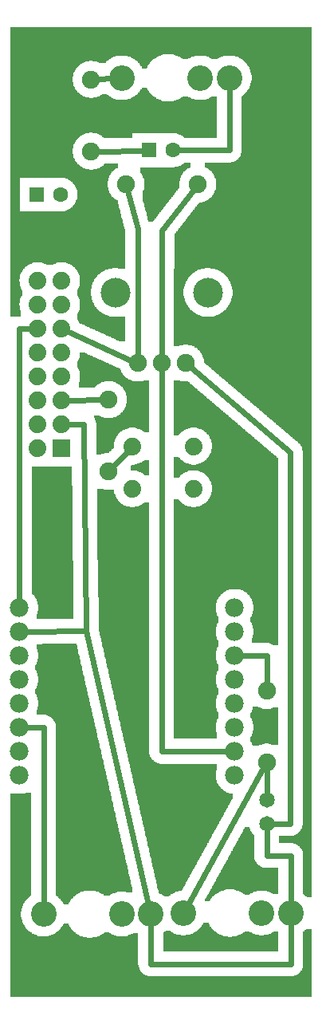
<source format=gtl>
G04 MADE WITH FRITZING*
G04 WWW.FRITZING.ORG*
G04 DOUBLE SIDED*
G04 HOLES PLATED*
G04 CONTOUR ON CENTER OF CONTOUR VECTOR*
%ASAXBY*%
%FSLAX23Y23*%
%MOIN*%
%OFA0B0*%
%SFA1.0B1.0*%
%ADD10C,0.075000*%
%ADD11C,0.074000*%
%ADD12C,0.077778*%
%ADD13C,0.065000*%
%ADD14C,0.107087*%
%ADD15C,0.074667*%
%ADD16C,0.074695*%
%ADD17C,0.124033*%
%ADD18C,0.062992*%
%ADD19R,0.074000X0.074000*%
%ADD20R,0.062992X0.062992*%
%ADD21C,0.024000*%
%LNCOPPER1*%
G90*
G70*
G54D10*
X1046Y4012D03*
X648Y3459D03*
X193Y2179D03*
X480Y2003D03*
X799Y2513D03*
X219Y1437D03*
X1105Y1181D03*
X119Y223D03*
X996Y596D03*
G54D11*
X154Y2334D03*
X154Y2434D03*
X154Y2534D03*
X154Y2634D03*
X154Y2734D03*
X154Y2834D03*
X154Y2934D03*
X154Y3034D03*
X254Y2334D03*
X254Y2434D03*
X254Y2534D03*
X254Y2634D03*
X254Y2734D03*
X254Y2834D03*
X254Y2934D03*
X254Y3034D03*
G54D12*
X977Y968D03*
X977Y1068D03*
X977Y1168D03*
X977Y1268D03*
X977Y1368D03*
X977Y1468D03*
X977Y1568D03*
X977Y1668D03*
X77Y1668D03*
X77Y1568D03*
X77Y1468D03*
X77Y1368D03*
X77Y1268D03*
X77Y1168D03*
X77Y1068D03*
X77Y968D03*
G54D11*
X549Y2343D03*
X805Y2343D03*
X549Y2165D03*
X805Y2165D03*
X549Y2343D03*
X805Y2343D03*
X549Y2165D03*
X805Y2165D03*
G54D10*
X449Y2237D03*
X449Y2537D03*
X377Y3576D03*
X377Y3876D03*
X1111Y1322D03*
X1111Y1022D03*
G54D13*
X1111Y766D03*
X1111Y866D03*
X1111Y766D03*
X1111Y866D03*
G54D14*
X955Y3883D03*
X833Y3883D03*
X506Y3883D03*
X1213Y392D03*
X1090Y392D03*
X764Y392D03*
G54D15*
X572Y2690D03*
X672Y2690D03*
G54D16*
X772Y2690D03*
G54D17*
X478Y2986D03*
X866Y2986D03*
G54D10*
X523Y3438D03*
X823Y3438D03*
G54D18*
X150Y3395D03*
X248Y3395D03*
X620Y3580D03*
X718Y3580D03*
G54D14*
X627Y387D03*
X505Y387D03*
X178Y387D03*
G54D19*
X254Y2334D03*
G54D20*
X150Y3395D03*
X620Y3580D03*
G54D21*
X1210Y766D02*
X1136Y766D01*
D02*
X1111Y1468D02*
X1007Y1468D01*
D02*
X1210Y2318D02*
X1210Y766D01*
D02*
X346Y2434D02*
X285Y2434D01*
D02*
X357Y1571D02*
X346Y2434D01*
D02*
X77Y2834D02*
X123Y2834D01*
D02*
X796Y2670D02*
X1210Y2318D01*
D02*
X1111Y1351D02*
X1111Y1468D01*
D02*
X107Y1568D02*
X357Y1571D01*
D02*
X77Y1697D02*
X77Y2834D01*
D02*
X528Y2320D02*
X469Y2258D01*
D02*
X285Y2535D02*
X421Y2537D01*
D02*
X627Y179D02*
X1213Y179D01*
D02*
X1213Y179D02*
X1213Y351D01*
D02*
X357Y1571D02*
X617Y427D01*
D02*
X672Y1068D02*
X948Y1068D01*
D02*
X571Y3251D02*
X530Y3410D01*
D02*
X572Y2722D02*
X571Y3251D01*
D02*
X543Y2703D02*
X282Y2821D01*
D02*
X672Y2658D02*
X672Y1068D01*
D02*
X1111Y891D02*
X1111Y993D01*
D02*
X1097Y997D02*
X784Y428D01*
D02*
X1213Y632D02*
X1111Y632D01*
D02*
X1111Y632D02*
X1111Y741D01*
D02*
X1213Y433D02*
X1213Y632D01*
D02*
X593Y3579D02*
X406Y3576D01*
D02*
X955Y3580D02*
X745Y3580D01*
D02*
X955Y3842D02*
X955Y3580D01*
D02*
X465Y3881D02*
X406Y3877D01*
D02*
X673Y3246D02*
X805Y3415D01*
D02*
X672Y2722D02*
X673Y3246D01*
D02*
X178Y1168D02*
X107Y1168D01*
D02*
X178Y428D02*
X178Y1168D01*
D02*
X627Y179D02*
X627Y346D01*
G36*
X40Y4094D02*
X40Y3982D01*
X710Y3982D01*
X710Y3980D01*
X722Y3980D01*
X722Y3978D01*
X730Y3978D01*
X730Y3976D01*
X970Y3976D01*
X970Y3974D01*
X980Y3974D01*
X980Y3972D01*
X986Y3972D01*
X986Y3970D01*
X992Y3970D01*
X992Y3968D01*
X996Y3968D01*
X996Y3966D01*
X1000Y3966D01*
X1000Y3964D01*
X1002Y3964D01*
X1002Y3962D01*
X1006Y3962D01*
X1006Y3960D01*
X1008Y3960D01*
X1008Y3958D01*
X1012Y3958D01*
X1012Y3956D01*
X1014Y3956D01*
X1014Y3954D01*
X1016Y3954D01*
X1016Y3952D01*
X1018Y3952D01*
X1018Y3950D01*
X1020Y3950D01*
X1020Y3948D01*
X1022Y3948D01*
X1022Y3946D01*
X1024Y3946D01*
X1024Y3944D01*
X1026Y3944D01*
X1026Y3942D01*
X1028Y3942D01*
X1028Y3940D01*
X1030Y3940D01*
X1030Y3936D01*
X1032Y3936D01*
X1032Y3934D01*
X1034Y3934D01*
X1034Y3930D01*
X1036Y3930D01*
X1036Y3928D01*
X1038Y3928D01*
X1038Y3924D01*
X1040Y3924D01*
X1040Y3918D01*
X1042Y3918D01*
X1042Y3914D01*
X1044Y3914D01*
X1044Y3906D01*
X1046Y3906D01*
X1046Y3896D01*
X1048Y3896D01*
X1048Y3870D01*
X1046Y3870D01*
X1046Y3860D01*
X1044Y3860D01*
X1044Y3852D01*
X1042Y3852D01*
X1042Y3848D01*
X1040Y3848D01*
X1040Y3842D01*
X1038Y3842D01*
X1038Y3838D01*
X1036Y3838D01*
X1036Y3836D01*
X1034Y3836D01*
X1034Y3832D01*
X1032Y3832D01*
X1032Y3830D01*
X1030Y3830D01*
X1030Y3826D01*
X1028Y3826D01*
X1028Y3824D01*
X1026Y3824D01*
X1026Y3822D01*
X1024Y3822D01*
X1024Y3820D01*
X1022Y3820D01*
X1022Y3818D01*
X1020Y3818D01*
X1020Y3816D01*
X1018Y3816D01*
X1018Y3814D01*
X1016Y3814D01*
X1016Y3812D01*
X1014Y3812D01*
X1014Y3810D01*
X1012Y3810D01*
X1012Y3808D01*
X1010Y3808D01*
X1010Y3806D01*
X1006Y3806D01*
X1006Y3568D01*
X1004Y3568D01*
X1004Y3560D01*
X1002Y3560D01*
X1002Y3556D01*
X1000Y3556D01*
X1000Y3554D01*
X998Y3554D01*
X998Y3550D01*
X996Y3550D01*
X996Y3548D01*
X994Y3548D01*
X994Y3546D01*
X992Y3546D01*
X992Y3542D01*
X988Y3542D01*
X988Y3540D01*
X986Y3540D01*
X986Y3538D01*
X984Y3538D01*
X984Y3536D01*
X980Y3536D01*
X980Y3534D01*
X976Y3534D01*
X976Y3532D01*
X972Y3532D01*
X972Y3530D01*
X964Y3530D01*
X964Y3528D01*
X854Y3528D01*
X854Y3508D01*
X858Y3508D01*
X858Y3506D01*
X862Y3506D01*
X862Y3504D01*
X866Y3504D01*
X866Y3502D01*
X868Y3502D01*
X868Y3500D01*
X870Y3500D01*
X870Y3498D01*
X874Y3498D01*
X874Y3496D01*
X876Y3496D01*
X876Y3494D01*
X878Y3494D01*
X878Y3492D01*
X880Y3492D01*
X880Y3490D01*
X882Y3490D01*
X882Y3488D01*
X884Y3488D01*
X884Y3484D01*
X886Y3484D01*
X886Y3482D01*
X888Y3482D01*
X888Y3478D01*
X890Y3478D01*
X890Y3476D01*
X892Y3476D01*
X892Y3472D01*
X894Y3472D01*
X894Y3466D01*
X896Y3466D01*
X896Y3462D01*
X898Y3462D01*
X898Y3454D01*
X900Y3454D01*
X900Y3422D01*
X898Y3422D01*
X898Y3416D01*
X896Y3416D01*
X896Y3410D01*
X894Y3410D01*
X894Y3404D01*
X892Y3404D01*
X892Y3400D01*
X890Y3400D01*
X890Y3398D01*
X888Y3398D01*
X888Y3394D01*
X886Y3394D01*
X886Y3392D01*
X884Y3392D01*
X884Y3390D01*
X882Y3390D01*
X882Y3386D01*
X880Y3386D01*
X880Y3384D01*
X878Y3384D01*
X878Y3382D01*
X876Y3382D01*
X876Y3380D01*
X874Y3380D01*
X874Y3378D01*
X870Y3378D01*
X870Y3376D01*
X868Y3376D01*
X868Y3374D01*
X866Y3374D01*
X866Y3372D01*
X862Y3372D01*
X862Y3370D01*
X858Y3370D01*
X858Y3368D01*
X854Y3368D01*
X854Y3366D01*
X848Y3366D01*
X848Y3364D01*
X842Y3364D01*
X842Y3362D01*
X830Y3362D01*
X830Y3360D01*
X828Y3360D01*
X828Y3358D01*
X826Y3358D01*
X826Y3356D01*
X824Y3356D01*
X824Y3354D01*
X822Y3354D01*
X822Y3350D01*
X820Y3350D01*
X820Y3348D01*
X818Y3348D01*
X818Y3346D01*
X816Y3346D01*
X816Y3344D01*
X814Y3344D01*
X814Y3340D01*
X812Y3340D01*
X812Y3338D01*
X810Y3338D01*
X810Y3336D01*
X808Y3336D01*
X808Y3332D01*
X806Y3332D01*
X806Y3330D01*
X804Y3330D01*
X804Y3328D01*
X802Y3328D01*
X802Y3326D01*
X800Y3326D01*
X800Y3322D01*
X798Y3322D01*
X798Y3320D01*
X796Y3320D01*
X796Y3318D01*
X794Y3318D01*
X794Y3314D01*
X792Y3314D01*
X792Y3312D01*
X790Y3312D01*
X790Y3310D01*
X788Y3310D01*
X788Y3308D01*
X786Y3308D01*
X786Y3304D01*
X784Y3304D01*
X784Y3302D01*
X782Y3302D01*
X782Y3300D01*
X780Y3300D01*
X780Y3296D01*
X778Y3296D01*
X778Y3294D01*
X776Y3294D01*
X776Y3292D01*
X774Y3292D01*
X774Y3290D01*
X772Y3290D01*
X772Y3286D01*
X770Y3286D01*
X770Y3284D01*
X768Y3284D01*
X768Y3282D01*
X766Y3282D01*
X766Y3278D01*
X764Y3278D01*
X764Y3276D01*
X762Y3276D01*
X762Y3274D01*
X760Y3274D01*
X760Y3272D01*
X758Y3272D01*
X758Y3268D01*
X756Y3268D01*
X756Y3266D01*
X754Y3266D01*
X754Y3264D01*
X752Y3264D01*
X752Y3260D01*
X750Y3260D01*
X750Y3258D01*
X748Y3258D01*
X748Y3256D01*
X746Y3256D01*
X746Y3254D01*
X744Y3254D01*
X744Y3250D01*
X742Y3250D01*
X742Y3248D01*
X740Y3248D01*
X740Y3246D01*
X738Y3246D01*
X738Y3242D01*
X736Y3242D01*
X736Y3240D01*
X734Y3240D01*
X734Y3238D01*
X732Y3238D01*
X732Y3236D01*
X730Y3236D01*
X730Y3232D01*
X728Y3232D01*
X728Y3230D01*
X726Y3230D01*
X726Y3088D01*
X876Y3088D01*
X876Y3086D01*
X888Y3086D01*
X888Y3084D01*
X896Y3084D01*
X896Y3082D01*
X902Y3082D01*
X902Y3080D01*
X906Y3080D01*
X906Y3078D01*
X912Y3078D01*
X912Y3076D01*
X916Y3076D01*
X916Y3074D01*
X918Y3074D01*
X918Y3072D01*
X922Y3072D01*
X922Y3070D01*
X924Y3070D01*
X924Y3068D01*
X928Y3068D01*
X928Y3066D01*
X930Y3066D01*
X930Y3064D01*
X932Y3064D01*
X932Y3062D01*
X934Y3062D01*
X934Y3060D01*
X936Y3060D01*
X936Y3058D01*
X938Y3058D01*
X938Y3056D01*
X940Y3056D01*
X940Y3054D01*
X942Y3054D01*
X942Y3052D01*
X944Y3052D01*
X944Y3050D01*
X946Y3050D01*
X946Y3048D01*
X948Y3048D01*
X948Y3044D01*
X950Y3044D01*
X950Y3042D01*
X952Y3042D01*
X952Y3038D01*
X954Y3038D01*
X954Y3036D01*
X956Y3036D01*
X956Y3032D01*
X958Y3032D01*
X958Y3028D01*
X960Y3028D01*
X960Y3022D01*
X962Y3022D01*
X962Y3016D01*
X964Y3016D01*
X964Y3010D01*
X966Y3010D01*
X966Y2998D01*
X968Y2998D01*
X968Y2972D01*
X966Y2972D01*
X966Y2962D01*
X964Y2962D01*
X964Y2954D01*
X962Y2954D01*
X962Y2948D01*
X960Y2948D01*
X960Y2944D01*
X958Y2944D01*
X958Y2940D01*
X956Y2940D01*
X956Y2936D01*
X954Y2936D01*
X954Y2932D01*
X952Y2932D01*
X952Y2930D01*
X950Y2930D01*
X950Y2926D01*
X948Y2926D01*
X948Y2924D01*
X946Y2924D01*
X946Y2922D01*
X944Y2922D01*
X944Y2920D01*
X942Y2920D01*
X942Y2916D01*
X940Y2916D01*
X940Y2914D01*
X938Y2914D01*
X938Y2912D01*
X936Y2912D01*
X936Y2910D01*
X934Y2910D01*
X934Y2908D01*
X930Y2908D01*
X930Y2906D01*
X928Y2906D01*
X928Y2904D01*
X926Y2904D01*
X926Y2902D01*
X922Y2902D01*
X922Y2900D01*
X920Y2900D01*
X920Y2898D01*
X916Y2898D01*
X916Y2896D01*
X912Y2896D01*
X912Y2894D01*
X908Y2894D01*
X908Y2892D01*
X904Y2892D01*
X904Y2890D01*
X898Y2890D01*
X898Y2888D01*
X892Y2888D01*
X892Y2886D01*
X882Y2886D01*
X882Y2884D01*
X1298Y2884D01*
X1298Y4094D01*
X40Y4094D01*
G37*
D02*
G36*
X40Y3982D02*
X40Y3976D01*
X522Y3976D01*
X522Y3974D01*
X530Y3974D01*
X530Y3972D01*
X538Y3972D01*
X538Y3970D01*
X542Y3970D01*
X542Y3968D01*
X546Y3968D01*
X546Y3966D01*
X550Y3966D01*
X550Y3964D01*
X554Y3964D01*
X554Y3962D01*
X558Y3962D01*
X558Y3960D01*
X560Y3960D01*
X560Y3958D01*
X562Y3958D01*
X562Y3956D01*
X566Y3956D01*
X566Y3954D01*
X568Y3954D01*
X568Y3952D01*
X570Y3952D01*
X570Y3950D01*
X572Y3950D01*
X572Y3948D01*
X574Y3948D01*
X574Y3946D01*
X576Y3946D01*
X576Y3944D01*
X578Y3944D01*
X578Y3942D01*
X580Y3942D01*
X580Y3938D01*
X582Y3938D01*
X582Y3936D01*
X584Y3936D01*
X584Y3932D01*
X586Y3932D01*
X586Y3930D01*
X588Y3930D01*
X588Y3926D01*
X590Y3926D01*
X590Y3922D01*
X610Y3922D01*
X610Y3926D01*
X612Y3926D01*
X612Y3930D01*
X614Y3930D01*
X614Y3934D01*
X616Y3934D01*
X616Y3938D01*
X618Y3938D01*
X618Y3940D01*
X620Y3940D01*
X620Y3942D01*
X622Y3942D01*
X622Y3946D01*
X624Y3946D01*
X624Y3948D01*
X626Y3948D01*
X626Y3950D01*
X628Y3950D01*
X628Y3952D01*
X630Y3952D01*
X630Y3954D01*
X632Y3954D01*
X632Y3956D01*
X634Y3956D01*
X634Y3958D01*
X636Y3958D01*
X636Y3960D01*
X640Y3960D01*
X640Y3962D01*
X642Y3962D01*
X642Y3964D01*
X644Y3964D01*
X644Y3966D01*
X648Y3966D01*
X648Y3968D01*
X652Y3968D01*
X652Y3970D01*
X654Y3970D01*
X654Y3972D01*
X660Y3972D01*
X660Y3974D01*
X664Y3974D01*
X664Y3976D01*
X670Y3976D01*
X670Y3978D01*
X676Y3978D01*
X676Y3980D01*
X688Y3980D01*
X688Y3982D01*
X40Y3982D01*
G37*
D02*
G36*
X40Y3976D02*
X40Y3954D01*
X384Y3954D01*
X384Y3952D01*
X396Y3952D01*
X396Y3950D01*
X402Y3950D01*
X402Y3948D01*
X408Y3948D01*
X408Y3946D01*
X412Y3946D01*
X412Y3944D01*
X436Y3944D01*
X436Y3946D01*
X438Y3946D01*
X438Y3948D01*
X440Y3948D01*
X440Y3950D01*
X442Y3950D01*
X442Y3952D01*
X444Y3952D01*
X444Y3954D01*
X446Y3954D01*
X446Y3956D01*
X448Y3956D01*
X448Y3958D01*
X452Y3958D01*
X452Y3960D01*
X454Y3960D01*
X454Y3962D01*
X458Y3962D01*
X458Y3964D01*
X460Y3964D01*
X460Y3966D01*
X464Y3966D01*
X464Y3968D01*
X470Y3968D01*
X470Y3970D01*
X474Y3970D01*
X474Y3972D01*
X480Y3972D01*
X480Y3974D01*
X490Y3974D01*
X490Y3976D01*
X40Y3976D01*
G37*
D02*
G36*
X736Y3976D02*
X736Y3974D01*
X740Y3974D01*
X740Y3972D01*
X744Y3972D01*
X744Y3970D01*
X748Y3970D01*
X748Y3968D01*
X752Y3968D01*
X752Y3966D01*
X754Y3966D01*
X754Y3964D01*
X758Y3964D01*
X758Y3962D01*
X760Y3962D01*
X760Y3960D01*
X782Y3960D01*
X782Y3962D01*
X784Y3962D01*
X784Y3964D01*
X788Y3964D01*
X788Y3966D01*
X792Y3966D01*
X792Y3968D01*
X796Y3968D01*
X796Y3970D01*
X802Y3970D01*
X802Y3972D01*
X808Y3972D01*
X808Y3974D01*
X816Y3974D01*
X816Y3976D01*
X736Y3976D01*
G37*
D02*
G36*
X848Y3976D02*
X848Y3974D01*
X858Y3974D01*
X858Y3972D01*
X864Y3972D01*
X864Y3970D01*
X870Y3970D01*
X870Y3968D01*
X874Y3968D01*
X874Y3966D01*
X878Y3966D01*
X878Y3964D01*
X880Y3964D01*
X880Y3962D01*
X884Y3962D01*
X884Y3960D01*
X904Y3960D01*
X904Y3962D01*
X906Y3962D01*
X906Y3964D01*
X910Y3964D01*
X910Y3966D01*
X914Y3966D01*
X914Y3968D01*
X918Y3968D01*
X918Y3970D01*
X924Y3970D01*
X924Y3972D01*
X930Y3972D01*
X930Y3974D01*
X938Y3974D01*
X938Y3976D01*
X848Y3976D01*
G37*
D02*
G36*
X40Y3954D02*
X40Y3798D01*
X368Y3798D01*
X368Y3800D01*
X358Y3800D01*
X358Y3802D01*
X352Y3802D01*
X352Y3804D01*
X346Y3804D01*
X346Y3806D01*
X342Y3806D01*
X342Y3808D01*
X338Y3808D01*
X338Y3810D01*
X336Y3810D01*
X336Y3812D01*
X332Y3812D01*
X332Y3814D01*
X330Y3814D01*
X330Y3816D01*
X328Y3816D01*
X328Y3818D01*
X326Y3818D01*
X326Y3820D01*
X322Y3820D01*
X322Y3822D01*
X320Y3822D01*
X320Y3826D01*
X318Y3826D01*
X318Y3828D01*
X316Y3828D01*
X316Y3830D01*
X314Y3830D01*
X314Y3832D01*
X312Y3832D01*
X312Y3836D01*
X310Y3836D01*
X310Y3840D01*
X308Y3840D01*
X308Y3844D01*
X306Y3844D01*
X306Y3848D01*
X304Y3848D01*
X304Y3854D01*
X302Y3854D01*
X302Y3864D01*
X300Y3864D01*
X300Y3888D01*
X302Y3888D01*
X302Y3896D01*
X304Y3896D01*
X304Y3904D01*
X306Y3904D01*
X306Y3908D01*
X308Y3908D01*
X308Y3912D01*
X310Y3912D01*
X310Y3916D01*
X312Y3916D01*
X312Y3918D01*
X314Y3918D01*
X314Y3922D01*
X316Y3922D01*
X316Y3924D01*
X318Y3924D01*
X318Y3926D01*
X320Y3926D01*
X320Y3928D01*
X322Y3928D01*
X322Y3930D01*
X324Y3930D01*
X324Y3932D01*
X326Y3932D01*
X326Y3934D01*
X328Y3934D01*
X328Y3936D01*
X330Y3936D01*
X330Y3938D01*
X332Y3938D01*
X332Y3940D01*
X336Y3940D01*
X336Y3942D01*
X338Y3942D01*
X338Y3944D01*
X342Y3944D01*
X342Y3946D01*
X346Y3946D01*
X346Y3948D01*
X352Y3948D01*
X352Y3950D01*
X358Y3950D01*
X358Y3952D01*
X370Y3952D01*
X370Y3954D01*
X40Y3954D01*
G37*
D02*
G36*
X590Y3842D02*
X590Y3840D01*
X588Y3840D01*
X588Y3836D01*
X586Y3836D01*
X586Y3834D01*
X584Y3834D01*
X584Y3830D01*
X582Y3830D01*
X582Y3828D01*
X580Y3828D01*
X580Y3824D01*
X578Y3824D01*
X578Y3822D01*
X576Y3822D01*
X576Y3820D01*
X574Y3820D01*
X574Y3818D01*
X572Y3818D01*
X572Y3816D01*
X570Y3816D01*
X570Y3814D01*
X568Y3814D01*
X568Y3812D01*
X566Y3812D01*
X566Y3810D01*
X562Y3810D01*
X562Y3808D01*
X560Y3808D01*
X560Y3806D01*
X558Y3806D01*
X558Y3804D01*
X554Y3804D01*
X554Y3802D01*
X550Y3802D01*
X550Y3800D01*
X546Y3800D01*
X546Y3798D01*
X542Y3798D01*
X542Y3796D01*
X538Y3796D01*
X538Y3794D01*
X530Y3794D01*
X530Y3792D01*
X522Y3792D01*
X522Y3790D01*
X662Y3790D01*
X662Y3792D01*
X658Y3792D01*
X658Y3794D01*
X654Y3794D01*
X654Y3796D01*
X650Y3796D01*
X650Y3798D01*
X648Y3798D01*
X648Y3800D01*
X644Y3800D01*
X644Y3802D01*
X642Y3802D01*
X642Y3804D01*
X638Y3804D01*
X638Y3806D01*
X636Y3806D01*
X636Y3808D01*
X634Y3808D01*
X634Y3810D01*
X632Y3810D01*
X632Y3812D01*
X630Y3812D01*
X630Y3814D01*
X628Y3814D01*
X628Y3816D01*
X626Y3816D01*
X626Y3818D01*
X624Y3818D01*
X624Y3820D01*
X622Y3820D01*
X622Y3822D01*
X620Y3822D01*
X620Y3826D01*
X618Y3826D01*
X618Y3828D01*
X616Y3828D01*
X616Y3832D01*
X614Y3832D01*
X614Y3834D01*
X612Y3834D01*
X612Y3838D01*
X610Y3838D01*
X610Y3842D01*
X590Y3842D01*
G37*
D02*
G36*
X422Y3814D02*
X422Y3812D01*
X420Y3812D01*
X420Y3810D01*
X416Y3810D01*
X416Y3808D01*
X412Y3808D01*
X412Y3806D01*
X408Y3806D01*
X408Y3804D01*
X404Y3804D01*
X404Y3802D01*
X396Y3802D01*
X396Y3800D01*
X386Y3800D01*
X386Y3798D01*
X464Y3798D01*
X464Y3800D01*
X460Y3800D01*
X460Y3802D01*
X458Y3802D01*
X458Y3804D01*
X454Y3804D01*
X454Y3806D01*
X452Y3806D01*
X452Y3808D01*
X448Y3808D01*
X448Y3810D01*
X446Y3810D01*
X446Y3812D01*
X444Y3812D01*
X444Y3814D01*
X422Y3814D01*
G37*
D02*
G36*
X760Y3806D02*
X760Y3804D01*
X758Y3804D01*
X758Y3802D01*
X756Y3802D01*
X756Y3800D01*
X752Y3800D01*
X752Y3798D01*
X748Y3798D01*
X748Y3796D01*
X746Y3796D01*
X746Y3794D01*
X742Y3794D01*
X742Y3792D01*
X736Y3792D01*
X736Y3790D01*
X816Y3790D01*
X816Y3792D01*
X808Y3792D01*
X808Y3794D01*
X802Y3794D01*
X802Y3796D01*
X796Y3796D01*
X796Y3798D01*
X792Y3798D01*
X792Y3800D01*
X788Y3800D01*
X788Y3802D01*
X784Y3802D01*
X784Y3804D01*
X780Y3804D01*
X780Y3806D01*
X760Y3806D01*
G37*
D02*
G36*
X880Y3804D02*
X880Y3802D01*
X878Y3802D01*
X878Y3800D01*
X874Y3800D01*
X874Y3798D01*
X870Y3798D01*
X870Y3796D01*
X864Y3796D01*
X864Y3794D01*
X858Y3794D01*
X858Y3792D01*
X850Y3792D01*
X850Y3790D01*
X902Y3790D01*
X902Y3804D01*
X880Y3804D01*
G37*
D02*
G36*
X40Y3798D02*
X40Y3796D01*
X470Y3796D01*
X470Y3798D01*
X40Y3798D01*
G37*
D02*
G36*
X40Y3798D02*
X40Y3796D01*
X470Y3796D01*
X470Y3798D01*
X40Y3798D01*
G37*
D02*
G36*
X40Y3796D02*
X40Y3790D01*
X490Y3790D01*
X490Y3792D01*
X480Y3792D01*
X480Y3794D01*
X474Y3794D01*
X474Y3796D01*
X40Y3796D01*
G37*
D02*
G36*
X40Y3790D02*
X40Y3788D01*
X668Y3788D01*
X668Y3790D01*
X40Y3790D01*
G37*
D02*
G36*
X40Y3790D02*
X40Y3788D01*
X668Y3788D01*
X668Y3790D01*
X40Y3790D01*
G37*
D02*
G36*
X732Y3790D02*
X732Y3788D01*
X902Y3788D01*
X902Y3790D01*
X732Y3790D01*
G37*
D02*
G36*
X732Y3790D02*
X732Y3788D01*
X902Y3788D01*
X902Y3790D01*
X732Y3790D01*
G37*
D02*
G36*
X40Y3788D02*
X40Y3784D01*
X684Y3784D01*
X684Y3786D01*
X674Y3786D01*
X674Y3788D01*
X40Y3788D01*
G37*
D02*
G36*
X724Y3788D02*
X724Y3786D01*
X716Y3786D01*
X716Y3784D01*
X902Y3784D01*
X902Y3788D01*
X724Y3788D01*
G37*
D02*
G36*
X40Y3784D02*
X40Y3782D01*
X902Y3782D01*
X902Y3784D01*
X40Y3784D01*
G37*
D02*
G36*
X40Y3784D02*
X40Y3782D01*
X902Y3782D01*
X902Y3784D01*
X40Y3784D01*
G37*
D02*
G36*
X40Y3782D02*
X40Y3654D01*
X384Y3654D01*
X384Y3652D01*
X726Y3652D01*
X726Y3650D01*
X736Y3650D01*
X736Y3648D01*
X744Y3648D01*
X744Y3646D01*
X748Y3646D01*
X748Y3644D01*
X752Y3644D01*
X752Y3642D01*
X756Y3642D01*
X756Y3640D01*
X758Y3640D01*
X758Y3638D01*
X762Y3638D01*
X762Y3636D01*
X764Y3636D01*
X764Y3634D01*
X766Y3634D01*
X766Y3632D01*
X902Y3632D01*
X902Y3782D01*
X40Y3782D01*
G37*
D02*
G36*
X40Y3654D02*
X40Y3498D01*
X368Y3498D01*
X368Y3500D01*
X358Y3500D01*
X358Y3502D01*
X352Y3502D01*
X352Y3504D01*
X346Y3504D01*
X346Y3506D01*
X342Y3506D01*
X342Y3508D01*
X338Y3508D01*
X338Y3510D01*
X336Y3510D01*
X336Y3512D01*
X332Y3512D01*
X332Y3514D01*
X330Y3514D01*
X330Y3516D01*
X328Y3516D01*
X328Y3518D01*
X326Y3518D01*
X326Y3520D01*
X322Y3520D01*
X322Y3522D01*
X320Y3522D01*
X320Y3526D01*
X318Y3526D01*
X318Y3528D01*
X316Y3528D01*
X316Y3530D01*
X314Y3530D01*
X314Y3532D01*
X312Y3532D01*
X312Y3536D01*
X310Y3536D01*
X310Y3540D01*
X308Y3540D01*
X308Y3544D01*
X306Y3544D01*
X306Y3548D01*
X304Y3548D01*
X304Y3554D01*
X302Y3554D01*
X302Y3564D01*
X300Y3564D01*
X300Y3588D01*
X302Y3588D01*
X302Y3596D01*
X304Y3596D01*
X304Y3604D01*
X306Y3604D01*
X306Y3608D01*
X308Y3608D01*
X308Y3612D01*
X310Y3612D01*
X310Y3616D01*
X312Y3616D01*
X312Y3618D01*
X314Y3618D01*
X314Y3622D01*
X316Y3622D01*
X316Y3624D01*
X318Y3624D01*
X318Y3626D01*
X320Y3626D01*
X320Y3628D01*
X322Y3628D01*
X322Y3630D01*
X324Y3630D01*
X324Y3632D01*
X326Y3632D01*
X326Y3634D01*
X328Y3634D01*
X328Y3636D01*
X330Y3636D01*
X330Y3638D01*
X332Y3638D01*
X332Y3640D01*
X336Y3640D01*
X336Y3642D01*
X338Y3642D01*
X338Y3644D01*
X342Y3644D01*
X342Y3646D01*
X346Y3646D01*
X346Y3648D01*
X352Y3648D01*
X352Y3650D01*
X358Y3650D01*
X358Y3652D01*
X370Y3652D01*
X370Y3654D01*
X40Y3654D01*
G37*
D02*
G36*
X396Y3652D02*
X396Y3650D01*
X402Y3650D01*
X402Y3648D01*
X408Y3648D01*
X408Y3646D01*
X412Y3646D01*
X412Y3644D01*
X416Y3644D01*
X416Y3642D01*
X420Y3642D01*
X420Y3640D01*
X422Y3640D01*
X422Y3638D01*
X424Y3638D01*
X424Y3636D01*
X428Y3636D01*
X428Y3634D01*
X430Y3634D01*
X430Y3632D01*
X432Y3632D01*
X432Y3630D01*
X548Y3630D01*
X548Y3652D01*
X396Y3652D01*
G37*
D02*
G36*
X444Y3526D02*
X444Y3524D01*
X434Y3524D01*
X434Y3522D01*
X432Y3522D01*
X432Y3520D01*
X430Y3520D01*
X430Y3518D01*
X428Y3518D01*
X428Y3516D01*
X426Y3516D01*
X426Y3514D01*
X422Y3514D01*
X422Y3512D01*
X420Y3512D01*
X420Y3510D01*
X416Y3510D01*
X416Y3508D01*
X412Y3508D01*
X412Y3506D01*
X408Y3506D01*
X408Y3504D01*
X404Y3504D01*
X404Y3502D01*
X396Y3502D01*
X396Y3500D01*
X386Y3500D01*
X386Y3498D01*
X476Y3498D01*
X476Y3500D01*
X478Y3500D01*
X478Y3502D01*
X480Y3502D01*
X480Y3504D01*
X484Y3504D01*
X484Y3506D01*
X488Y3506D01*
X488Y3526D01*
X444Y3526D01*
G37*
D02*
G36*
X40Y3498D02*
X40Y3496D01*
X472Y3496D01*
X472Y3498D01*
X40Y3498D01*
G37*
D02*
G36*
X40Y3498D02*
X40Y3496D01*
X472Y3496D01*
X472Y3498D01*
X40Y3498D01*
G37*
D02*
G36*
X40Y3496D02*
X40Y3466D01*
X262Y3466D01*
X262Y3464D01*
X270Y3464D01*
X270Y3462D01*
X276Y3462D01*
X276Y3460D01*
X280Y3460D01*
X280Y3458D01*
X284Y3458D01*
X284Y3456D01*
X286Y3456D01*
X286Y3454D01*
X290Y3454D01*
X290Y3452D01*
X292Y3452D01*
X292Y3450D01*
X294Y3450D01*
X294Y3448D01*
X298Y3448D01*
X298Y3446D01*
X300Y3446D01*
X300Y3442D01*
X302Y3442D01*
X302Y3440D01*
X304Y3440D01*
X304Y3438D01*
X306Y3438D01*
X306Y3436D01*
X308Y3436D01*
X308Y3432D01*
X310Y3432D01*
X310Y3428D01*
X312Y3428D01*
X312Y3424D01*
X314Y3424D01*
X314Y3420D01*
X316Y3420D01*
X316Y3414D01*
X318Y3414D01*
X318Y3404D01*
X320Y3404D01*
X320Y3386D01*
X318Y3386D01*
X318Y3376D01*
X316Y3376D01*
X316Y3370D01*
X314Y3370D01*
X314Y3366D01*
X312Y3366D01*
X312Y3362D01*
X310Y3362D01*
X310Y3358D01*
X308Y3358D01*
X308Y3354D01*
X306Y3354D01*
X306Y3352D01*
X304Y3352D01*
X304Y3350D01*
X302Y3350D01*
X302Y3348D01*
X300Y3348D01*
X300Y3344D01*
X298Y3344D01*
X298Y3342D01*
X294Y3342D01*
X294Y3340D01*
X292Y3340D01*
X292Y3338D01*
X290Y3338D01*
X290Y3336D01*
X286Y3336D01*
X286Y3334D01*
X284Y3334D01*
X284Y3332D01*
X280Y3332D01*
X280Y3330D01*
X276Y3330D01*
X276Y3328D01*
X270Y3328D01*
X270Y3326D01*
X262Y3326D01*
X262Y3324D01*
X498Y3324D01*
X498Y3330D01*
X496Y3330D01*
X496Y3338D01*
X494Y3338D01*
X494Y3346D01*
X492Y3346D01*
X492Y3354D01*
X490Y3354D01*
X490Y3362D01*
X488Y3362D01*
X488Y3370D01*
X484Y3370D01*
X484Y3372D01*
X482Y3372D01*
X482Y3374D01*
X478Y3374D01*
X478Y3376D01*
X476Y3376D01*
X476Y3378D01*
X472Y3378D01*
X472Y3380D01*
X470Y3380D01*
X470Y3382D01*
X468Y3382D01*
X468Y3384D01*
X466Y3384D01*
X466Y3386D01*
X464Y3386D01*
X464Y3390D01*
X462Y3390D01*
X462Y3392D01*
X460Y3392D01*
X460Y3394D01*
X458Y3394D01*
X458Y3398D01*
X456Y3398D01*
X456Y3402D01*
X454Y3402D01*
X454Y3406D01*
X452Y3406D01*
X452Y3410D01*
X450Y3410D01*
X450Y3416D01*
X448Y3416D01*
X448Y3424D01*
X446Y3424D01*
X446Y3452D01*
X448Y3452D01*
X448Y3460D01*
X450Y3460D01*
X450Y3466D01*
X452Y3466D01*
X452Y3470D01*
X454Y3470D01*
X454Y3476D01*
X456Y3476D01*
X456Y3478D01*
X458Y3478D01*
X458Y3482D01*
X460Y3482D01*
X460Y3484D01*
X462Y3484D01*
X462Y3486D01*
X464Y3486D01*
X464Y3490D01*
X466Y3490D01*
X466Y3492D01*
X468Y3492D01*
X468Y3494D01*
X470Y3494D01*
X470Y3496D01*
X40Y3496D01*
G37*
D02*
G36*
X40Y3466D02*
X40Y3324D01*
X78Y3324D01*
X78Y3466D01*
X40Y3466D01*
G37*
D02*
G36*
X40Y3324D02*
X40Y3322D01*
X498Y3322D01*
X498Y3324D01*
X40Y3324D01*
G37*
D02*
G36*
X40Y3324D02*
X40Y3322D01*
X498Y3322D01*
X498Y3324D01*
X40Y3324D01*
G37*
D02*
G36*
X40Y3322D02*
X40Y3112D01*
X262Y3112D01*
X262Y3110D01*
X272Y3110D01*
X272Y3108D01*
X280Y3108D01*
X280Y3106D01*
X284Y3106D01*
X284Y3104D01*
X288Y3104D01*
X288Y3102D01*
X292Y3102D01*
X292Y3100D01*
X296Y3100D01*
X296Y3098D01*
X298Y3098D01*
X298Y3096D01*
X302Y3096D01*
X302Y3094D01*
X304Y3094D01*
X304Y3092D01*
X306Y3092D01*
X306Y3090D01*
X308Y3090D01*
X308Y3088D01*
X488Y3088D01*
X488Y3086D01*
X518Y3086D01*
X518Y3252D01*
X516Y3252D01*
X516Y3260D01*
X514Y3260D01*
X514Y3268D01*
X512Y3268D01*
X512Y3276D01*
X510Y3276D01*
X510Y3282D01*
X508Y3282D01*
X508Y3290D01*
X506Y3290D01*
X506Y3298D01*
X504Y3298D01*
X504Y3306D01*
X502Y3306D01*
X502Y3314D01*
X500Y3314D01*
X500Y3322D01*
X40Y3322D01*
G37*
D02*
G36*
X40Y3112D02*
X40Y2884D01*
X66Y2884D01*
X66Y2886D01*
X82Y2886D01*
X82Y2910D01*
X80Y2910D01*
X80Y2916D01*
X78Y2916D01*
X78Y2930D01*
X76Y2930D01*
X76Y2940D01*
X78Y2940D01*
X78Y2952D01*
X80Y2952D01*
X80Y2960D01*
X82Y2960D01*
X82Y2964D01*
X84Y2964D01*
X84Y2968D01*
X86Y2968D01*
X86Y2972D01*
X88Y2972D01*
X88Y2996D01*
X86Y2996D01*
X86Y3000D01*
X84Y3000D01*
X84Y3004D01*
X82Y3004D01*
X82Y3010D01*
X80Y3010D01*
X80Y3016D01*
X78Y3016D01*
X78Y3030D01*
X76Y3030D01*
X76Y3040D01*
X78Y3040D01*
X78Y3052D01*
X80Y3052D01*
X80Y3060D01*
X82Y3060D01*
X82Y3064D01*
X84Y3064D01*
X84Y3068D01*
X86Y3068D01*
X86Y3072D01*
X88Y3072D01*
X88Y3076D01*
X90Y3076D01*
X90Y3078D01*
X92Y3078D01*
X92Y3082D01*
X94Y3082D01*
X94Y3084D01*
X96Y3084D01*
X96Y3086D01*
X98Y3086D01*
X98Y3088D01*
X100Y3088D01*
X100Y3090D01*
X102Y3090D01*
X102Y3092D01*
X104Y3092D01*
X104Y3094D01*
X106Y3094D01*
X106Y3096D01*
X108Y3096D01*
X108Y3098D01*
X112Y3098D01*
X112Y3100D01*
X116Y3100D01*
X116Y3102D01*
X118Y3102D01*
X118Y3104D01*
X122Y3104D01*
X122Y3106D01*
X128Y3106D01*
X128Y3108D01*
X134Y3108D01*
X134Y3110D01*
X146Y3110D01*
X146Y3112D01*
X40Y3112D01*
G37*
D02*
G36*
X162Y3112D02*
X162Y3110D01*
X172Y3110D01*
X172Y3108D01*
X180Y3108D01*
X180Y3106D01*
X184Y3106D01*
X184Y3104D01*
X188Y3104D01*
X188Y3102D01*
X192Y3102D01*
X192Y3100D01*
X216Y3100D01*
X216Y3102D01*
X218Y3102D01*
X218Y3104D01*
X222Y3104D01*
X222Y3106D01*
X228Y3106D01*
X228Y3108D01*
X234Y3108D01*
X234Y3110D01*
X246Y3110D01*
X246Y3112D01*
X162Y3112D01*
G37*
D02*
G36*
X310Y3088D02*
X310Y3086D01*
X312Y3086D01*
X312Y3084D01*
X314Y3084D01*
X314Y3080D01*
X316Y3080D01*
X316Y3078D01*
X318Y3078D01*
X318Y3076D01*
X320Y3076D01*
X320Y3072D01*
X322Y3072D01*
X322Y3068D01*
X324Y3068D01*
X324Y3064D01*
X326Y3064D01*
X326Y3058D01*
X328Y3058D01*
X328Y3050D01*
X330Y3050D01*
X330Y3018D01*
X328Y3018D01*
X328Y3012D01*
X326Y3012D01*
X326Y3006D01*
X324Y3006D01*
X324Y3002D01*
X322Y3002D01*
X322Y2998D01*
X320Y2998D01*
X320Y2972D01*
X322Y2972D01*
X322Y2968D01*
X324Y2968D01*
X324Y2964D01*
X326Y2964D01*
X326Y2958D01*
X328Y2958D01*
X328Y2950D01*
X330Y2950D01*
X330Y2918D01*
X328Y2918D01*
X328Y2912D01*
X326Y2912D01*
X326Y2906D01*
X324Y2906D01*
X324Y2902D01*
X322Y2902D01*
X322Y2898D01*
X320Y2898D01*
X320Y2884D01*
X462Y2884D01*
X462Y2886D01*
X452Y2886D01*
X452Y2888D01*
X446Y2888D01*
X446Y2890D01*
X440Y2890D01*
X440Y2892D01*
X436Y2892D01*
X436Y2894D01*
X432Y2894D01*
X432Y2896D01*
X428Y2896D01*
X428Y2898D01*
X424Y2898D01*
X424Y2900D01*
X420Y2900D01*
X420Y2902D01*
X418Y2902D01*
X418Y2904D01*
X416Y2904D01*
X416Y2906D01*
X412Y2906D01*
X412Y2908D01*
X410Y2908D01*
X410Y2910D01*
X408Y2910D01*
X408Y2912D01*
X406Y2912D01*
X406Y2914D01*
X404Y2914D01*
X404Y2916D01*
X402Y2916D01*
X402Y2918D01*
X400Y2918D01*
X400Y2920D01*
X398Y2920D01*
X398Y2924D01*
X396Y2924D01*
X396Y2926D01*
X394Y2926D01*
X394Y2928D01*
X392Y2928D01*
X392Y2932D01*
X390Y2932D01*
X390Y2936D01*
X388Y2936D01*
X388Y2940D01*
X386Y2940D01*
X386Y2944D01*
X384Y2944D01*
X384Y2948D01*
X382Y2948D01*
X382Y2954D01*
X380Y2954D01*
X380Y2960D01*
X378Y2960D01*
X378Y2970D01*
X376Y2970D01*
X376Y3002D01*
X378Y3002D01*
X378Y3012D01*
X380Y3012D01*
X380Y3018D01*
X382Y3018D01*
X382Y3024D01*
X384Y3024D01*
X384Y3028D01*
X386Y3028D01*
X386Y3032D01*
X388Y3032D01*
X388Y3036D01*
X390Y3036D01*
X390Y3040D01*
X392Y3040D01*
X392Y3042D01*
X394Y3042D01*
X394Y3046D01*
X396Y3046D01*
X396Y3048D01*
X398Y3048D01*
X398Y3050D01*
X400Y3050D01*
X400Y3052D01*
X402Y3052D01*
X402Y3056D01*
X404Y3056D01*
X404Y3058D01*
X406Y3058D01*
X406Y3060D01*
X410Y3060D01*
X410Y3062D01*
X412Y3062D01*
X412Y3064D01*
X414Y3064D01*
X414Y3066D01*
X416Y3066D01*
X416Y3068D01*
X418Y3068D01*
X418Y3070D01*
X422Y3070D01*
X422Y3072D01*
X426Y3072D01*
X426Y3074D01*
X428Y3074D01*
X428Y3076D01*
X432Y3076D01*
X432Y3078D01*
X436Y3078D01*
X436Y3080D01*
X442Y3080D01*
X442Y3082D01*
X448Y3082D01*
X448Y3084D01*
X454Y3084D01*
X454Y3086D01*
X466Y3086D01*
X466Y3088D01*
X310Y3088D01*
G37*
D02*
G36*
X726Y3088D02*
X726Y3086D01*
X724Y3086D01*
X724Y2884D01*
X850Y2884D01*
X850Y2886D01*
X840Y2886D01*
X840Y2888D01*
X834Y2888D01*
X834Y2890D01*
X828Y2890D01*
X828Y2892D01*
X824Y2892D01*
X824Y2894D01*
X820Y2894D01*
X820Y2896D01*
X816Y2896D01*
X816Y2898D01*
X812Y2898D01*
X812Y2900D01*
X810Y2900D01*
X810Y2902D01*
X806Y2902D01*
X806Y2904D01*
X804Y2904D01*
X804Y2906D01*
X802Y2906D01*
X802Y2908D01*
X798Y2908D01*
X798Y2910D01*
X796Y2910D01*
X796Y2912D01*
X794Y2912D01*
X794Y2914D01*
X792Y2914D01*
X792Y2916D01*
X790Y2916D01*
X790Y2918D01*
X788Y2918D01*
X788Y2922D01*
X786Y2922D01*
X786Y2924D01*
X784Y2924D01*
X784Y2926D01*
X782Y2926D01*
X782Y2930D01*
X780Y2930D01*
X780Y2932D01*
X778Y2932D01*
X778Y2936D01*
X776Y2936D01*
X776Y2940D01*
X774Y2940D01*
X774Y2944D01*
X772Y2944D01*
X772Y2948D01*
X770Y2948D01*
X770Y2954D01*
X768Y2954D01*
X768Y2962D01*
X766Y2962D01*
X766Y2972D01*
X764Y2972D01*
X764Y3000D01*
X766Y3000D01*
X766Y3010D01*
X768Y3010D01*
X768Y3018D01*
X770Y3018D01*
X770Y3022D01*
X772Y3022D01*
X772Y3028D01*
X774Y3028D01*
X774Y3032D01*
X776Y3032D01*
X776Y3036D01*
X778Y3036D01*
X778Y3038D01*
X780Y3038D01*
X780Y3042D01*
X782Y3042D01*
X782Y3044D01*
X784Y3044D01*
X784Y3048D01*
X786Y3048D01*
X786Y3050D01*
X788Y3050D01*
X788Y3052D01*
X790Y3052D01*
X790Y3054D01*
X792Y3054D01*
X792Y3056D01*
X794Y3056D01*
X794Y3058D01*
X796Y3058D01*
X796Y3060D01*
X798Y3060D01*
X798Y3062D01*
X800Y3062D01*
X800Y3064D01*
X802Y3064D01*
X802Y3066D01*
X804Y3066D01*
X804Y3068D01*
X808Y3068D01*
X808Y3070D01*
X810Y3070D01*
X810Y3072D01*
X814Y3072D01*
X814Y3074D01*
X816Y3074D01*
X816Y3076D01*
X820Y3076D01*
X820Y3078D01*
X824Y3078D01*
X824Y3080D01*
X830Y3080D01*
X830Y3082D01*
X836Y3082D01*
X836Y3084D01*
X844Y3084D01*
X844Y3086D01*
X854Y3086D01*
X854Y3088D01*
X726Y3088D01*
G37*
D02*
G36*
X494Y2886D02*
X494Y2884D01*
X520Y2884D01*
X520Y2886D01*
X494Y2886D01*
G37*
D02*
G36*
X320Y2884D02*
X320Y2882D01*
X520Y2882D01*
X520Y2884D01*
X320Y2884D01*
G37*
D02*
G36*
X320Y2884D02*
X320Y2882D01*
X520Y2882D01*
X520Y2884D01*
X320Y2884D01*
G37*
D02*
G36*
X724Y2884D02*
X724Y2882D01*
X1298Y2882D01*
X1298Y2884D01*
X724Y2884D01*
G37*
D02*
G36*
X724Y2884D02*
X724Y2882D01*
X1298Y2882D01*
X1298Y2884D01*
X724Y2884D01*
G37*
D02*
G36*
X320Y2882D02*
X320Y2872D01*
X322Y2872D01*
X322Y2868D01*
X324Y2868D01*
X324Y2864D01*
X326Y2864D01*
X326Y2858D01*
X330Y2858D01*
X330Y2856D01*
X334Y2856D01*
X334Y2854D01*
X338Y2854D01*
X338Y2852D01*
X344Y2852D01*
X344Y2850D01*
X348Y2850D01*
X348Y2848D01*
X352Y2848D01*
X352Y2846D01*
X356Y2846D01*
X356Y2844D01*
X360Y2844D01*
X360Y2842D01*
X366Y2842D01*
X366Y2840D01*
X370Y2840D01*
X370Y2838D01*
X374Y2838D01*
X374Y2836D01*
X378Y2836D01*
X378Y2834D01*
X382Y2834D01*
X382Y2832D01*
X388Y2832D01*
X388Y2830D01*
X392Y2830D01*
X392Y2828D01*
X396Y2828D01*
X396Y2826D01*
X400Y2826D01*
X400Y2824D01*
X406Y2824D01*
X406Y2822D01*
X410Y2822D01*
X410Y2820D01*
X414Y2820D01*
X414Y2818D01*
X418Y2818D01*
X418Y2816D01*
X422Y2816D01*
X422Y2814D01*
X428Y2814D01*
X428Y2812D01*
X432Y2812D01*
X432Y2810D01*
X436Y2810D01*
X436Y2808D01*
X440Y2808D01*
X440Y2806D01*
X444Y2806D01*
X444Y2804D01*
X450Y2804D01*
X450Y2802D01*
X454Y2802D01*
X454Y2800D01*
X458Y2800D01*
X458Y2798D01*
X462Y2798D01*
X462Y2796D01*
X466Y2796D01*
X466Y2794D01*
X472Y2794D01*
X472Y2792D01*
X476Y2792D01*
X476Y2790D01*
X480Y2790D01*
X480Y2788D01*
X484Y2788D01*
X484Y2786D01*
X488Y2786D01*
X488Y2784D01*
X494Y2784D01*
X494Y2782D01*
X498Y2782D01*
X498Y2780D01*
X520Y2780D01*
X520Y2882D01*
X320Y2882D01*
G37*
D02*
G36*
X724Y2882D02*
X724Y2768D01*
X782Y2768D01*
X782Y2766D01*
X792Y2766D01*
X792Y2764D01*
X798Y2764D01*
X798Y2762D01*
X804Y2762D01*
X804Y2760D01*
X808Y2760D01*
X808Y2758D01*
X810Y2758D01*
X810Y2756D01*
X814Y2756D01*
X814Y2754D01*
X818Y2754D01*
X818Y2752D01*
X820Y2752D01*
X820Y2750D01*
X822Y2750D01*
X822Y2748D01*
X824Y2748D01*
X824Y2746D01*
X826Y2746D01*
X826Y2744D01*
X828Y2744D01*
X828Y2742D01*
X830Y2742D01*
X830Y2740D01*
X832Y2740D01*
X832Y2738D01*
X834Y2738D01*
X834Y2734D01*
X836Y2734D01*
X836Y2732D01*
X838Y2732D01*
X838Y2728D01*
X840Y2728D01*
X840Y2724D01*
X842Y2724D01*
X842Y2720D01*
X844Y2720D01*
X844Y2714D01*
X846Y2714D01*
X846Y2708D01*
X848Y2708D01*
X848Y2692D01*
X852Y2692D01*
X852Y2690D01*
X854Y2690D01*
X854Y2688D01*
X856Y2688D01*
X856Y2686D01*
X858Y2686D01*
X858Y2684D01*
X860Y2684D01*
X860Y2682D01*
X864Y2682D01*
X864Y2680D01*
X866Y2680D01*
X866Y2678D01*
X868Y2678D01*
X868Y2676D01*
X870Y2676D01*
X870Y2674D01*
X872Y2674D01*
X872Y2672D01*
X874Y2672D01*
X874Y2670D01*
X878Y2670D01*
X878Y2668D01*
X880Y2668D01*
X880Y2666D01*
X882Y2666D01*
X882Y2664D01*
X884Y2664D01*
X884Y2662D01*
X886Y2662D01*
X886Y2660D01*
X888Y2660D01*
X888Y2658D01*
X892Y2658D01*
X892Y2656D01*
X894Y2656D01*
X894Y2654D01*
X896Y2654D01*
X896Y2652D01*
X898Y2652D01*
X898Y2650D01*
X900Y2650D01*
X900Y2648D01*
X904Y2648D01*
X904Y2646D01*
X906Y2646D01*
X906Y2644D01*
X908Y2644D01*
X908Y2642D01*
X910Y2642D01*
X910Y2640D01*
X912Y2640D01*
X912Y2638D01*
X914Y2638D01*
X914Y2636D01*
X918Y2636D01*
X918Y2634D01*
X920Y2634D01*
X920Y2632D01*
X922Y2632D01*
X922Y2630D01*
X924Y2630D01*
X924Y2628D01*
X926Y2628D01*
X926Y2626D01*
X928Y2626D01*
X928Y2624D01*
X932Y2624D01*
X932Y2622D01*
X934Y2622D01*
X934Y2620D01*
X936Y2620D01*
X936Y2618D01*
X938Y2618D01*
X938Y2616D01*
X940Y2616D01*
X940Y2614D01*
X944Y2614D01*
X944Y2612D01*
X946Y2612D01*
X946Y2610D01*
X948Y2610D01*
X948Y2608D01*
X950Y2608D01*
X950Y2606D01*
X952Y2606D01*
X952Y2604D01*
X954Y2604D01*
X954Y2602D01*
X958Y2602D01*
X958Y2600D01*
X960Y2600D01*
X960Y2598D01*
X962Y2598D01*
X962Y2596D01*
X964Y2596D01*
X964Y2594D01*
X966Y2594D01*
X966Y2592D01*
X968Y2592D01*
X968Y2590D01*
X972Y2590D01*
X972Y2588D01*
X974Y2588D01*
X974Y2586D01*
X976Y2586D01*
X976Y2584D01*
X978Y2584D01*
X978Y2582D01*
X980Y2582D01*
X980Y2580D01*
X984Y2580D01*
X984Y2578D01*
X986Y2578D01*
X986Y2576D01*
X988Y2576D01*
X988Y2574D01*
X990Y2574D01*
X990Y2572D01*
X992Y2572D01*
X992Y2570D01*
X994Y2570D01*
X994Y2568D01*
X998Y2568D01*
X998Y2566D01*
X1000Y2566D01*
X1000Y2564D01*
X1002Y2564D01*
X1002Y2562D01*
X1004Y2562D01*
X1004Y2560D01*
X1006Y2560D01*
X1006Y2558D01*
X1008Y2558D01*
X1008Y2556D01*
X1012Y2556D01*
X1012Y2554D01*
X1014Y2554D01*
X1014Y2552D01*
X1016Y2552D01*
X1016Y2550D01*
X1018Y2550D01*
X1018Y2548D01*
X1020Y2548D01*
X1020Y2546D01*
X1024Y2546D01*
X1024Y2544D01*
X1026Y2544D01*
X1026Y2542D01*
X1028Y2542D01*
X1028Y2540D01*
X1030Y2540D01*
X1030Y2538D01*
X1032Y2538D01*
X1032Y2536D01*
X1034Y2536D01*
X1034Y2534D01*
X1038Y2534D01*
X1038Y2532D01*
X1040Y2532D01*
X1040Y2530D01*
X1042Y2530D01*
X1042Y2528D01*
X1044Y2528D01*
X1044Y2526D01*
X1046Y2526D01*
X1046Y2524D01*
X1048Y2524D01*
X1048Y2522D01*
X1052Y2522D01*
X1052Y2520D01*
X1054Y2520D01*
X1054Y2518D01*
X1056Y2518D01*
X1056Y2516D01*
X1058Y2516D01*
X1058Y2514D01*
X1060Y2514D01*
X1060Y2512D01*
X1064Y2512D01*
X1064Y2510D01*
X1066Y2510D01*
X1066Y2508D01*
X1068Y2508D01*
X1068Y2506D01*
X1070Y2506D01*
X1070Y2504D01*
X1072Y2504D01*
X1072Y2502D01*
X1074Y2502D01*
X1074Y2500D01*
X1078Y2500D01*
X1078Y2498D01*
X1080Y2498D01*
X1080Y2496D01*
X1082Y2496D01*
X1082Y2494D01*
X1084Y2494D01*
X1084Y2492D01*
X1086Y2492D01*
X1086Y2490D01*
X1088Y2490D01*
X1088Y2488D01*
X1092Y2488D01*
X1092Y2486D01*
X1094Y2486D01*
X1094Y2484D01*
X1096Y2484D01*
X1096Y2482D01*
X1098Y2482D01*
X1098Y2480D01*
X1100Y2480D01*
X1100Y2478D01*
X1104Y2478D01*
X1104Y2476D01*
X1106Y2476D01*
X1106Y2474D01*
X1108Y2474D01*
X1108Y2472D01*
X1110Y2472D01*
X1110Y2470D01*
X1112Y2470D01*
X1112Y2468D01*
X1114Y2468D01*
X1114Y2466D01*
X1118Y2466D01*
X1118Y2464D01*
X1120Y2464D01*
X1120Y2462D01*
X1122Y2462D01*
X1122Y2460D01*
X1124Y2460D01*
X1124Y2458D01*
X1126Y2458D01*
X1126Y2456D01*
X1128Y2456D01*
X1128Y2454D01*
X1132Y2454D01*
X1132Y2452D01*
X1134Y2452D01*
X1134Y2450D01*
X1136Y2450D01*
X1136Y2448D01*
X1138Y2448D01*
X1138Y2446D01*
X1140Y2446D01*
X1140Y2444D01*
X1144Y2444D01*
X1144Y2442D01*
X1146Y2442D01*
X1146Y2440D01*
X1148Y2440D01*
X1148Y2438D01*
X1150Y2438D01*
X1150Y2436D01*
X1152Y2436D01*
X1152Y2434D01*
X1154Y2434D01*
X1154Y2432D01*
X1158Y2432D01*
X1158Y2430D01*
X1160Y2430D01*
X1160Y2428D01*
X1162Y2428D01*
X1162Y2426D01*
X1164Y2426D01*
X1164Y2424D01*
X1166Y2424D01*
X1166Y2422D01*
X1168Y2422D01*
X1168Y2420D01*
X1172Y2420D01*
X1172Y2418D01*
X1174Y2418D01*
X1174Y2416D01*
X1176Y2416D01*
X1176Y2414D01*
X1178Y2414D01*
X1178Y2412D01*
X1180Y2412D01*
X1180Y2410D01*
X1184Y2410D01*
X1184Y2408D01*
X1186Y2408D01*
X1186Y2406D01*
X1188Y2406D01*
X1188Y2404D01*
X1190Y2404D01*
X1190Y2402D01*
X1192Y2402D01*
X1192Y2400D01*
X1194Y2400D01*
X1194Y2398D01*
X1198Y2398D01*
X1198Y2396D01*
X1200Y2396D01*
X1200Y2394D01*
X1202Y2394D01*
X1202Y2392D01*
X1204Y2392D01*
X1204Y2390D01*
X1206Y2390D01*
X1206Y2388D01*
X1208Y2388D01*
X1208Y2386D01*
X1212Y2386D01*
X1212Y2384D01*
X1214Y2384D01*
X1214Y2382D01*
X1216Y2382D01*
X1216Y2380D01*
X1218Y2380D01*
X1218Y2378D01*
X1220Y2378D01*
X1220Y2376D01*
X1224Y2376D01*
X1224Y2374D01*
X1226Y2374D01*
X1226Y2372D01*
X1228Y2372D01*
X1228Y2370D01*
X1230Y2370D01*
X1230Y2368D01*
X1232Y2368D01*
X1232Y2366D01*
X1234Y2366D01*
X1234Y2364D01*
X1238Y2364D01*
X1238Y2362D01*
X1240Y2362D01*
X1240Y2360D01*
X1242Y2360D01*
X1242Y2358D01*
X1244Y2358D01*
X1244Y2356D01*
X1246Y2356D01*
X1246Y2354D01*
X1248Y2354D01*
X1248Y2352D01*
X1250Y2352D01*
X1250Y2350D01*
X1252Y2350D01*
X1252Y2346D01*
X1254Y2346D01*
X1254Y2344D01*
X1256Y2344D01*
X1256Y2340D01*
X1258Y2340D01*
X1258Y2334D01*
X1260Y2334D01*
X1260Y2326D01*
X1262Y2326D01*
X1262Y758D01*
X1260Y758D01*
X1260Y750D01*
X1258Y750D01*
X1258Y744D01*
X1256Y744D01*
X1256Y742D01*
X1254Y742D01*
X1254Y738D01*
X1252Y738D01*
X1252Y736D01*
X1250Y736D01*
X1250Y732D01*
X1248Y732D01*
X1248Y730D01*
X1246Y730D01*
X1246Y728D01*
X1244Y728D01*
X1244Y726D01*
X1240Y726D01*
X1240Y724D01*
X1238Y724D01*
X1238Y722D01*
X1234Y722D01*
X1234Y720D01*
X1232Y720D01*
X1232Y718D01*
X1226Y718D01*
X1226Y716D01*
X1218Y716D01*
X1218Y714D01*
X1162Y714D01*
X1162Y684D01*
X1222Y684D01*
X1222Y682D01*
X1230Y682D01*
X1230Y680D01*
X1234Y680D01*
X1234Y678D01*
X1238Y678D01*
X1238Y676D01*
X1242Y676D01*
X1242Y674D01*
X1244Y674D01*
X1244Y672D01*
X1246Y672D01*
X1246Y670D01*
X1250Y670D01*
X1250Y666D01*
X1252Y666D01*
X1252Y664D01*
X1254Y664D01*
X1254Y662D01*
X1256Y662D01*
X1256Y658D01*
X1258Y658D01*
X1258Y654D01*
X1260Y654D01*
X1260Y650D01*
X1262Y650D01*
X1262Y644D01*
X1264Y644D01*
X1264Y470D01*
X1266Y470D01*
X1266Y468D01*
X1268Y468D01*
X1268Y466D01*
X1270Y466D01*
X1270Y464D01*
X1274Y464D01*
X1274Y462D01*
X1276Y462D01*
X1276Y460D01*
X1278Y460D01*
X1278Y458D01*
X1298Y458D01*
X1298Y2882D01*
X724Y2882D01*
G37*
D02*
G36*
X724Y2768D02*
X724Y2762D01*
X746Y2762D01*
X746Y2764D01*
X752Y2764D01*
X752Y2766D01*
X762Y2766D01*
X762Y2768D01*
X724Y2768D01*
G37*
D02*
G36*
X766Y3528D02*
X766Y3526D01*
X764Y3526D01*
X764Y3524D01*
X762Y3524D01*
X762Y3522D01*
X758Y3522D01*
X758Y3520D01*
X756Y3520D01*
X756Y3518D01*
X752Y3518D01*
X752Y3516D01*
X748Y3516D01*
X748Y3514D01*
X742Y3514D01*
X742Y3512D01*
X736Y3512D01*
X736Y3510D01*
X726Y3510D01*
X726Y3508D01*
X582Y3508D01*
X582Y3488D01*
X584Y3488D01*
X584Y3484D01*
X586Y3484D01*
X586Y3482D01*
X588Y3482D01*
X588Y3478D01*
X590Y3478D01*
X590Y3476D01*
X592Y3476D01*
X592Y3472D01*
X594Y3472D01*
X594Y3466D01*
X596Y3466D01*
X596Y3462D01*
X598Y3462D01*
X598Y3454D01*
X600Y3454D01*
X600Y3422D01*
X598Y3422D01*
X598Y3416D01*
X596Y3416D01*
X596Y3410D01*
X594Y3410D01*
X594Y3404D01*
X592Y3404D01*
X592Y3374D01*
X594Y3374D01*
X594Y3366D01*
X596Y3366D01*
X596Y3358D01*
X598Y3358D01*
X598Y3350D01*
X600Y3350D01*
X600Y3342D01*
X602Y3342D01*
X602Y3336D01*
X604Y3336D01*
X604Y3328D01*
X606Y3328D01*
X606Y3320D01*
X608Y3320D01*
X608Y3312D01*
X610Y3312D01*
X610Y3304D01*
X612Y3304D01*
X612Y3296D01*
X614Y3296D01*
X614Y3288D01*
X616Y3288D01*
X616Y3282D01*
X636Y3282D01*
X636Y3284D01*
X638Y3284D01*
X638Y3286D01*
X640Y3286D01*
X640Y3288D01*
X642Y3288D01*
X642Y3292D01*
X644Y3292D01*
X644Y3294D01*
X646Y3294D01*
X646Y3296D01*
X648Y3296D01*
X648Y3300D01*
X650Y3300D01*
X650Y3302D01*
X652Y3302D01*
X652Y3304D01*
X654Y3304D01*
X654Y3306D01*
X656Y3306D01*
X656Y3310D01*
X658Y3310D01*
X658Y3312D01*
X660Y3312D01*
X660Y3314D01*
X662Y3314D01*
X662Y3318D01*
X664Y3318D01*
X664Y3320D01*
X666Y3320D01*
X666Y3322D01*
X668Y3322D01*
X668Y3324D01*
X670Y3324D01*
X670Y3328D01*
X672Y3328D01*
X672Y3330D01*
X674Y3330D01*
X674Y3332D01*
X676Y3332D01*
X676Y3336D01*
X678Y3336D01*
X678Y3338D01*
X680Y3338D01*
X680Y3340D01*
X682Y3340D01*
X682Y3342D01*
X684Y3342D01*
X684Y3346D01*
X686Y3346D01*
X686Y3348D01*
X688Y3348D01*
X688Y3350D01*
X690Y3350D01*
X690Y3354D01*
X692Y3354D01*
X692Y3356D01*
X694Y3356D01*
X694Y3358D01*
X696Y3358D01*
X696Y3360D01*
X698Y3360D01*
X698Y3364D01*
X700Y3364D01*
X700Y3366D01*
X702Y3366D01*
X702Y3368D01*
X704Y3368D01*
X704Y3372D01*
X706Y3372D01*
X706Y3374D01*
X708Y3374D01*
X708Y3376D01*
X710Y3376D01*
X710Y3378D01*
X712Y3378D01*
X712Y3382D01*
X714Y3382D01*
X714Y3384D01*
X716Y3384D01*
X716Y3386D01*
X718Y3386D01*
X718Y3390D01*
X720Y3390D01*
X720Y3392D01*
X722Y3392D01*
X722Y3394D01*
X724Y3394D01*
X724Y3396D01*
X726Y3396D01*
X726Y3400D01*
X728Y3400D01*
X728Y3402D01*
X730Y3402D01*
X730Y3404D01*
X732Y3404D01*
X732Y3408D01*
X734Y3408D01*
X734Y3410D01*
X736Y3410D01*
X736Y3412D01*
X738Y3412D01*
X738Y3414D01*
X740Y3414D01*
X740Y3418D01*
X742Y3418D01*
X742Y3420D01*
X744Y3420D01*
X744Y3422D01*
X746Y3422D01*
X746Y3452D01*
X748Y3452D01*
X748Y3460D01*
X750Y3460D01*
X750Y3466D01*
X752Y3466D01*
X752Y3470D01*
X754Y3470D01*
X754Y3476D01*
X756Y3476D01*
X756Y3478D01*
X758Y3478D01*
X758Y3482D01*
X760Y3482D01*
X760Y3484D01*
X762Y3484D01*
X762Y3486D01*
X764Y3486D01*
X764Y3490D01*
X766Y3490D01*
X766Y3492D01*
X768Y3492D01*
X768Y3494D01*
X770Y3494D01*
X770Y3496D01*
X772Y3496D01*
X772Y3498D01*
X776Y3498D01*
X776Y3500D01*
X778Y3500D01*
X778Y3502D01*
X780Y3502D01*
X780Y3504D01*
X784Y3504D01*
X784Y3506D01*
X788Y3506D01*
X788Y3508D01*
X792Y3508D01*
X792Y3528D01*
X766Y3528D01*
G37*
D02*
G36*
X330Y2734D02*
X330Y2718D01*
X328Y2718D01*
X328Y2712D01*
X326Y2712D01*
X326Y2706D01*
X324Y2706D01*
X324Y2702D01*
X322Y2702D01*
X322Y2698D01*
X320Y2698D01*
X320Y2672D01*
X322Y2672D01*
X322Y2668D01*
X324Y2668D01*
X324Y2664D01*
X326Y2664D01*
X326Y2658D01*
X328Y2658D01*
X328Y2650D01*
X330Y2650D01*
X330Y2618D01*
X328Y2618D01*
X328Y2616D01*
X452Y2616D01*
X452Y2614D01*
X554Y2614D01*
X554Y2616D01*
X548Y2616D01*
X548Y2618D01*
X542Y2618D01*
X542Y2620D01*
X538Y2620D01*
X538Y2622D01*
X534Y2622D01*
X534Y2624D01*
X530Y2624D01*
X530Y2626D01*
X528Y2626D01*
X528Y2628D01*
X524Y2628D01*
X524Y2630D01*
X522Y2630D01*
X522Y2632D01*
X520Y2632D01*
X520Y2634D01*
X518Y2634D01*
X518Y2636D01*
X516Y2636D01*
X516Y2638D01*
X514Y2638D01*
X514Y2640D01*
X512Y2640D01*
X512Y2642D01*
X510Y2642D01*
X510Y2646D01*
X508Y2646D01*
X508Y2648D01*
X506Y2648D01*
X506Y2652D01*
X504Y2652D01*
X504Y2656D01*
X502Y2656D01*
X502Y2660D01*
X500Y2660D01*
X500Y2664D01*
X498Y2664D01*
X498Y2668D01*
X492Y2668D01*
X492Y2670D01*
X488Y2670D01*
X488Y2672D01*
X484Y2672D01*
X484Y2674D01*
X480Y2674D01*
X480Y2676D01*
X476Y2676D01*
X476Y2678D01*
X470Y2678D01*
X470Y2680D01*
X466Y2680D01*
X466Y2682D01*
X462Y2682D01*
X462Y2684D01*
X458Y2684D01*
X458Y2686D01*
X454Y2686D01*
X454Y2688D01*
X448Y2688D01*
X448Y2690D01*
X444Y2690D01*
X444Y2692D01*
X440Y2692D01*
X440Y2694D01*
X436Y2694D01*
X436Y2696D01*
X432Y2696D01*
X432Y2698D01*
X426Y2698D01*
X426Y2700D01*
X422Y2700D01*
X422Y2702D01*
X418Y2702D01*
X418Y2704D01*
X414Y2704D01*
X414Y2706D01*
X410Y2706D01*
X410Y2708D01*
X404Y2708D01*
X404Y2710D01*
X400Y2710D01*
X400Y2712D01*
X396Y2712D01*
X396Y2714D01*
X392Y2714D01*
X392Y2716D01*
X386Y2716D01*
X386Y2718D01*
X382Y2718D01*
X382Y2720D01*
X378Y2720D01*
X378Y2722D01*
X374Y2722D01*
X374Y2724D01*
X370Y2724D01*
X370Y2726D01*
X364Y2726D01*
X364Y2728D01*
X360Y2728D01*
X360Y2730D01*
X356Y2730D01*
X356Y2732D01*
X352Y2732D01*
X352Y2734D01*
X330Y2734D01*
G37*
D02*
G36*
X596Y2618D02*
X596Y2616D01*
X588Y2616D01*
X588Y2614D01*
X620Y2614D01*
X620Y2618D01*
X596Y2618D01*
G37*
D02*
G36*
X328Y2616D02*
X328Y2612D01*
X326Y2612D01*
X326Y2588D01*
X392Y2588D01*
X392Y2590D01*
X394Y2590D01*
X394Y2592D01*
X396Y2592D01*
X396Y2594D01*
X398Y2594D01*
X398Y2596D01*
X400Y2596D01*
X400Y2598D01*
X402Y2598D01*
X402Y2600D01*
X404Y2600D01*
X404Y2602D01*
X408Y2602D01*
X408Y2604D01*
X412Y2604D01*
X412Y2606D01*
X416Y2606D01*
X416Y2608D01*
X420Y2608D01*
X420Y2610D01*
X424Y2610D01*
X424Y2612D01*
X432Y2612D01*
X432Y2614D01*
X448Y2614D01*
X448Y2616D01*
X328Y2616D01*
G37*
D02*
G36*
X468Y2614D02*
X468Y2612D01*
X620Y2612D01*
X620Y2614D01*
X468Y2614D01*
G37*
D02*
G36*
X468Y2614D02*
X468Y2612D01*
X620Y2612D01*
X620Y2614D01*
X468Y2614D01*
G37*
D02*
G36*
X474Y2612D02*
X474Y2610D01*
X480Y2610D01*
X480Y2608D01*
X484Y2608D01*
X484Y2606D01*
X488Y2606D01*
X488Y2604D01*
X490Y2604D01*
X490Y2602D01*
X494Y2602D01*
X494Y2600D01*
X496Y2600D01*
X496Y2598D01*
X500Y2598D01*
X500Y2596D01*
X502Y2596D01*
X502Y2594D01*
X504Y2594D01*
X504Y2592D01*
X506Y2592D01*
X506Y2590D01*
X508Y2590D01*
X508Y2588D01*
X510Y2588D01*
X510Y2584D01*
X512Y2584D01*
X512Y2582D01*
X514Y2582D01*
X514Y2578D01*
X516Y2578D01*
X516Y2576D01*
X518Y2576D01*
X518Y2572D01*
X520Y2572D01*
X520Y2568D01*
X522Y2568D01*
X522Y2562D01*
X524Y2562D01*
X524Y2554D01*
X526Y2554D01*
X526Y2520D01*
X524Y2520D01*
X524Y2514D01*
X522Y2514D01*
X522Y2508D01*
X520Y2508D01*
X520Y2504D01*
X518Y2504D01*
X518Y2500D01*
X516Y2500D01*
X516Y2496D01*
X514Y2496D01*
X514Y2494D01*
X512Y2494D01*
X512Y2490D01*
X510Y2490D01*
X510Y2488D01*
X508Y2488D01*
X508Y2486D01*
X506Y2486D01*
X506Y2484D01*
X504Y2484D01*
X504Y2482D01*
X502Y2482D01*
X502Y2480D01*
X500Y2480D01*
X500Y2478D01*
X498Y2478D01*
X498Y2476D01*
X494Y2476D01*
X494Y2474D01*
X492Y2474D01*
X492Y2472D01*
X488Y2472D01*
X488Y2470D01*
X486Y2470D01*
X486Y2468D01*
X482Y2468D01*
X482Y2466D01*
X476Y2466D01*
X476Y2464D01*
X470Y2464D01*
X470Y2462D01*
X460Y2462D01*
X460Y2460D01*
X620Y2460D01*
X620Y2612D01*
X474Y2612D01*
G37*
D02*
G36*
X388Y2472D02*
X388Y2464D01*
X390Y2464D01*
X390Y2460D01*
X438Y2460D01*
X438Y2462D01*
X428Y2462D01*
X428Y2464D01*
X422Y2464D01*
X422Y2466D01*
X418Y2466D01*
X418Y2468D01*
X414Y2468D01*
X414Y2470D01*
X410Y2470D01*
X410Y2472D01*
X388Y2472D01*
G37*
D02*
G36*
X392Y2460D02*
X392Y2458D01*
X620Y2458D01*
X620Y2460D01*
X392Y2460D01*
G37*
D02*
G36*
X392Y2460D02*
X392Y2458D01*
X620Y2458D01*
X620Y2460D01*
X392Y2460D01*
G37*
D02*
G36*
X392Y2458D02*
X392Y2456D01*
X394Y2456D01*
X394Y2450D01*
X396Y2450D01*
X396Y2442D01*
X398Y2442D01*
X398Y2420D01*
X562Y2420D01*
X562Y2418D01*
X570Y2418D01*
X570Y2416D01*
X576Y2416D01*
X576Y2414D01*
X582Y2414D01*
X582Y2412D01*
X586Y2412D01*
X586Y2410D01*
X590Y2410D01*
X590Y2408D01*
X592Y2408D01*
X592Y2406D01*
X596Y2406D01*
X596Y2404D01*
X598Y2404D01*
X598Y2402D01*
X600Y2402D01*
X600Y2400D01*
X620Y2400D01*
X620Y2458D01*
X392Y2458D01*
G37*
D02*
G36*
X398Y2420D02*
X398Y2336D01*
X400Y2336D01*
X400Y2308D01*
X420Y2308D01*
X420Y2310D01*
X424Y2310D01*
X424Y2312D01*
X432Y2312D01*
X432Y2314D01*
X448Y2314D01*
X448Y2316D01*
X452Y2316D01*
X452Y2318D01*
X454Y2318D01*
X454Y2320D01*
X456Y2320D01*
X456Y2322D01*
X458Y2322D01*
X458Y2324D01*
X460Y2324D01*
X460Y2326D01*
X462Y2326D01*
X462Y2328D01*
X464Y2328D01*
X464Y2330D01*
X466Y2330D01*
X466Y2332D01*
X468Y2332D01*
X468Y2334D01*
X470Y2334D01*
X470Y2336D01*
X472Y2336D01*
X472Y2352D01*
X474Y2352D01*
X474Y2362D01*
X476Y2362D01*
X476Y2370D01*
X478Y2370D01*
X478Y2374D01*
X480Y2374D01*
X480Y2378D01*
X482Y2378D01*
X482Y2382D01*
X484Y2382D01*
X484Y2386D01*
X486Y2386D01*
X486Y2388D01*
X488Y2388D01*
X488Y2390D01*
X490Y2390D01*
X490Y2394D01*
X492Y2394D01*
X492Y2396D01*
X494Y2396D01*
X494Y2398D01*
X496Y2398D01*
X496Y2400D01*
X498Y2400D01*
X498Y2402D01*
X500Y2402D01*
X500Y2404D01*
X504Y2404D01*
X504Y2406D01*
X506Y2406D01*
X506Y2408D01*
X510Y2408D01*
X510Y2410D01*
X514Y2410D01*
X514Y2412D01*
X518Y2412D01*
X518Y2414D01*
X522Y2414D01*
X522Y2416D01*
X528Y2416D01*
X528Y2418D01*
X536Y2418D01*
X536Y2420D01*
X398Y2420D01*
G37*
D02*
G36*
X600Y2286D02*
X600Y2284D01*
X598Y2284D01*
X598Y2282D01*
X594Y2282D01*
X594Y2280D01*
X592Y2280D01*
X592Y2278D01*
X588Y2278D01*
X588Y2276D01*
X584Y2276D01*
X584Y2274D01*
X580Y2274D01*
X580Y2272D01*
X576Y2272D01*
X576Y2270D01*
X570Y2270D01*
X570Y2268D01*
X560Y2268D01*
X560Y2266D01*
X546Y2266D01*
X546Y2262D01*
X544Y2262D01*
X544Y2242D01*
X562Y2242D01*
X562Y2240D01*
X570Y2240D01*
X570Y2238D01*
X576Y2238D01*
X576Y2236D01*
X582Y2236D01*
X582Y2234D01*
X586Y2234D01*
X586Y2232D01*
X590Y2232D01*
X590Y2230D01*
X592Y2230D01*
X592Y2228D01*
X596Y2228D01*
X596Y2226D01*
X598Y2226D01*
X598Y2224D01*
X600Y2224D01*
X600Y2222D01*
X620Y2222D01*
X620Y2286D01*
X600Y2286D01*
G37*
D02*
G36*
X130Y2258D02*
X130Y1726D01*
X132Y1726D01*
X132Y1724D01*
X134Y1724D01*
X134Y1722D01*
X136Y1722D01*
X136Y1720D01*
X138Y1720D01*
X138Y1718D01*
X140Y1718D01*
X140Y1714D01*
X142Y1714D01*
X142Y1712D01*
X144Y1712D01*
X144Y1708D01*
X146Y1708D01*
X146Y1704D01*
X148Y1704D01*
X148Y1700D01*
X150Y1700D01*
X150Y1696D01*
X152Y1696D01*
X152Y1690D01*
X154Y1690D01*
X154Y1682D01*
X156Y1682D01*
X156Y1654D01*
X154Y1654D01*
X154Y1646D01*
X152Y1646D01*
X152Y1640D01*
X150Y1640D01*
X150Y1620D01*
X170Y1620D01*
X170Y1622D01*
X304Y1622D01*
X304Y1710D01*
X302Y1710D01*
X302Y1866D01*
X300Y1866D01*
X300Y2022D01*
X298Y2022D01*
X298Y2178D01*
X296Y2178D01*
X296Y2258D01*
X130Y2258D01*
G37*
D02*
G36*
X402Y2166D02*
X402Y2088D01*
X540Y2088D01*
X540Y2090D01*
X530Y2090D01*
X530Y2092D01*
X522Y2092D01*
X522Y2094D01*
X518Y2094D01*
X518Y2096D01*
X514Y2096D01*
X514Y2098D01*
X510Y2098D01*
X510Y2100D01*
X506Y2100D01*
X506Y2102D01*
X504Y2102D01*
X504Y2104D01*
X502Y2104D01*
X502Y2106D01*
X500Y2106D01*
X500Y2108D01*
X496Y2108D01*
X496Y2110D01*
X494Y2110D01*
X494Y2112D01*
X492Y2112D01*
X492Y2116D01*
X490Y2116D01*
X490Y2118D01*
X488Y2118D01*
X488Y2120D01*
X486Y2120D01*
X486Y2124D01*
X484Y2124D01*
X484Y2126D01*
X482Y2126D01*
X482Y2130D01*
X480Y2130D01*
X480Y2134D01*
X478Y2134D01*
X478Y2140D01*
X476Y2140D01*
X476Y2146D01*
X474Y2146D01*
X474Y2156D01*
X472Y2156D01*
X472Y2160D01*
X438Y2160D01*
X438Y2162D01*
X428Y2162D01*
X428Y2164D01*
X422Y2164D01*
X422Y2166D01*
X402Y2166D01*
G37*
D02*
G36*
X600Y2108D02*
X600Y2106D01*
X598Y2106D01*
X598Y2104D01*
X594Y2104D01*
X594Y2102D01*
X592Y2102D01*
X592Y2100D01*
X588Y2100D01*
X588Y2098D01*
X584Y2098D01*
X584Y2096D01*
X580Y2096D01*
X580Y2094D01*
X576Y2094D01*
X576Y2092D01*
X570Y2092D01*
X570Y2090D01*
X560Y2090D01*
X560Y2088D01*
X620Y2088D01*
X620Y2108D01*
X600Y2108D01*
G37*
D02*
G36*
X402Y2088D02*
X402Y2086D01*
X620Y2086D01*
X620Y2088D01*
X402Y2088D01*
G37*
D02*
G36*
X402Y2088D02*
X402Y2086D01*
X620Y2086D01*
X620Y2088D01*
X402Y2088D01*
G37*
D02*
G36*
X402Y2086D02*
X402Y2024D01*
X404Y2024D01*
X404Y1868D01*
X406Y1868D01*
X406Y1712D01*
X408Y1712D01*
X408Y1576D01*
X410Y1576D01*
X410Y1568D01*
X412Y1568D01*
X412Y1558D01*
X414Y1558D01*
X414Y1550D01*
X416Y1550D01*
X416Y1540D01*
X418Y1540D01*
X418Y1532D01*
X420Y1532D01*
X420Y1524D01*
X422Y1524D01*
X422Y1514D01*
X424Y1514D01*
X424Y1506D01*
X426Y1506D01*
X426Y1498D01*
X428Y1498D01*
X428Y1488D01*
X430Y1488D01*
X430Y1480D01*
X432Y1480D01*
X432Y1470D01*
X434Y1470D01*
X434Y1462D01*
X436Y1462D01*
X436Y1454D01*
X438Y1454D01*
X438Y1444D01*
X440Y1444D01*
X440Y1436D01*
X442Y1436D01*
X442Y1426D01*
X444Y1426D01*
X444Y1418D01*
X446Y1418D01*
X446Y1410D01*
X448Y1410D01*
X448Y1400D01*
X450Y1400D01*
X450Y1392D01*
X452Y1392D01*
X452Y1384D01*
X454Y1384D01*
X454Y1374D01*
X456Y1374D01*
X456Y1366D01*
X458Y1366D01*
X458Y1356D01*
X460Y1356D01*
X460Y1348D01*
X462Y1348D01*
X462Y1340D01*
X464Y1340D01*
X464Y1330D01*
X466Y1330D01*
X466Y1322D01*
X468Y1322D01*
X468Y1312D01*
X470Y1312D01*
X470Y1304D01*
X472Y1304D01*
X472Y1296D01*
X474Y1296D01*
X474Y1286D01*
X476Y1286D01*
X476Y1278D01*
X478Y1278D01*
X478Y1268D01*
X480Y1268D01*
X480Y1260D01*
X482Y1260D01*
X482Y1252D01*
X484Y1252D01*
X484Y1242D01*
X486Y1242D01*
X486Y1234D01*
X488Y1234D01*
X488Y1226D01*
X490Y1226D01*
X490Y1216D01*
X492Y1216D01*
X492Y1208D01*
X494Y1208D01*
X494Y1198D01*
X496Y1198D01*
X496Y1190D01*
X498Y1190D01*
X498Y1182D01*
X500Y1182D01*
X500Y1172D01*
X502Y1172D01*
X502Y1164D01*
X504Y1164D01*
X504Y1154D01*
X506Y1154D01*
X506Y1146D01*
X508Y1146D01*
X508Y1138D01*
X510Y1138D01*
X510Y1128D01*
X512Y1128D01*
X512Y1120D01*
X514Y1120D01*
X514Y1112D01*
X516Y1112D01*
X516Y1102D01*
X518Y1102D01*
X518Y1094D01*
X520Y1094D01*
X520Y1084D01*
X522Y1084D01*
X522Y1076D01*
X524Y1076D01*
X524Y1068D01*
X526Y1068D01*
X526Y1058D01*
X528Y1058D01*
X528Y1050D01*
X530Y1050D01*
X530Y1040D01*
X532Y1040D01*
X532Y1032D01*
X534Y1032D01*
X534Y1024D01*
X536Y1024D01*
X536Y1014D01*
X538Y1014D01*
X538Y1006D01*
X540Y1006D01*
X540Y998D01*
X542Y998D01*
X542Y988D01*
X544Y988D01*
X544Y980D01*
X546Y980D01*
X546Y970D01*
X548Y970D01*
X548Y962D01*
X550Y962D01*
X550Y954D01*
X552Y954D01*
X552Y944D01*
X554Y944D01*
X554Y936D01*
X556Y936D01*
X556Y926D01*
X558Y926D01*
X558Y918D01*
X560Y918D01*
X560Y910D01*
X562Y910D01*
X562Y900D01*
X564Y900D01*
X564Y892D01*
X566Y892D01*
X566Y882D01*
X568Y882D01*
X568Y874D01*
X570Y874D01*
X570Y866D01*
X572Y866D01*
X572Y856D01*
X574Y856D01*
X574Y848D01*
X576Y848D01*
X576Y840D01*
X578Y840D01*
X578Y830D01*
X580Y830D01*
X580Y822D01*
X582Y822D01*
X582Y812D01*
X584Y812D01*
X584Y804D01*
X586Y804D01*
X586Y796D01*
X588Y796D01*
X588Y786D01*
X590Y786D01*
X590Y778D01*
X592Y778D01*
X592Y768D01*
X594Y768D01*
X594Y760D01*
X596Y760D01*
X596Y752D01*
X598Y752D01*
X598Y742D01*
X600Y742D01*
X600Y734D01*
X602Y734D01*
X602Y726D01*
X604Y726D01*
X604Y716D01*
X606Y716D01*
X606Y708D01*
X608Y708D01*
X608Y698D01*
X610Y698D01*
X610Y690D01*
X612Y690D01*
X612Y682D01*
X614Y682D01*
X614Y672D01*
X616Y672D01*
X616Y664D01*
X618Y664D01*
X618Y654D01*
X620Y654D01*
X620Y646D01*
X622Y646D01*
X622Y638D01*
X624Y638D01*
X624Y628D01*
X626Y628D01*
X626Y620D01*
X628Y620D01*
X628Y612D01*
X630Y612D01*
X630Y602D01*
X632Y602D01*
X632Y594D01*
X634Y594D01*
X634Y584D01*
X636Y584D01*
X636Y576D01*
X638Y576D01*
X638Y568D01*
X640Y568D01*
X640Y558D01*
X642Y558D01*
X642Y550D01*
X644Y550D01*
X644Y540D01*
X646Y540D01*
X646Y532D01*
X648Y532D01*
X648Y524D01*
X650Y524D01*
X650Y514D01*
X652Y514D01*
X652Y506D01*
X654Y506D01*
X654Y496D01*
X656Y496D01*
X656Y488D01*
X658Y488D01*
X658Y480D01*
X660Y480D01*
X660Y474D01*
X664Y474D01*
X664Y472D01*
X668Y472D01*
X668Y470D01*
X672Y470D01*
X672Y468D01*
X676Y468D01*
X676Y466D01*
X680Y466D01*
X680Y464D01*
X682Y464D01*
X682Y462D01*
X704Y462D01*
X704Y464D01*
X706Y464D01*
X706Y466D01*
X708Y466D01*
X708Y468D01*
X710Y468D01*
X710Y470D01*
X714Y470D01*
X714Y472D01*
X718Y472D01*
X718Y474D01*
X720Y474D01*
X720Y476D01*
X726Y476D01*
X726Y478D01*
X730Y478D01*
X730Y480D01*
X736Y480D01*
X736Y482D01*
X742Y482D01*
X742Y484D01*
X756Y484D01*
X756Y488D01*
X758Y488D01*
X758Y492D01*
X760Y492D01*
X760Y494D01*
X762Y494D01*
X762Y498D01*
X764Y498D01*
X764Y502D01*
X766Y502D01*
X766Y506D01*
X768Y506D01*
X768Y510D01*
X770Y510D01*
X770Y512D01*
X772Y512D01*
X772Y516D01*
X774Y516D01*
X774Y520D01*
X776Y520D01*
X776Y524D01*
X778Y524D01*
X778Y528D01*
X780Y528D01*
X780Y530D01*
X782Y530D01*
X782Y534D01*
X784Y534D01*
X784Y538D01*
X786Y538D01*
X786Y542D01*
X788Y542D01*
X788Y546D01*
X790Y546D01*
X790Y550D01*
X792Y550D01*
X792Y552D01*
X794Y552D01*
X794Y556D01*
X796Y556D01*
X796Y560D01*
X798Y560D01*
X798Y564D01*
X800Y564D01*
X800Y568D01*
X802Y568D01*
X802Y570D01*
X804Y570D01*
X804Y574D01*
X806Y574D01*
X806Y578D01*
X808Y578D01*
X808Y582D01*
X810Y582D01*
X810Y586D01*
X812Y586D01*
X812Y588D01*
X814Y588D01*
X814Y592D01*
X816Y592D01*
X816Y596D01*
X818Y596D01*
X818Y600D01*
X820Y600D01*
X820Y604D01*
X822Y604D01*
X822Y608D01*
X824Y608D01*
X824Y610D01*
X826Y610D01*
X826Y614D01*
X828Y614D01*
X828Y618D01*
X830Y618D01*
X830Y622D01*
X832Y622D01*
X832Y626D01*
X834Y626D01*
X834Y628D01*
X836Y628D01*
X836Y632D01*
X838Y632D01*
X838Y636D01*
X840Y636D01*
X840Y640D01*
X842Y640D01*
X842Y644D01*
X844Y644D01*
X844Y646D01*
X846Y646D01*
X846Y650D01*
X848Y650D01*
X848Y654D01*
X850Y654D01*
X850Y658D01*
X852Y658D01*
X852Y662D01*
X854Y662D01*
X854Y666D01*
X856Y666D01*
X856Y668D01*
X858Y668D01*
X858Y672D01*
X860Y672D01*
X860Y676D01*
X862Y676D01*
X862Y680D01*
X864Y680D01*
X864Y684D01*
X866Y684D01*
X866Y686D01*
X868Y686D01*
X868Y690D01*
X870Y690D01*
X870Y694D01*
X872Y694D01*
X872Y698D01*
X874Y698D01*
X874Y702D01*
X876Y702D01*
X876Y704D01*
X878Y704D01*
X878Y708D01*
X880Y708D01*
X880Y712D01*
X882Y712D01*
X882Y716D01*
X884Y716D01*
X884Y720D01*
X886Y720D01*
X886Y724D01*
X888Y724D01*
X888Y726D01*
X890Y726D01*
X890Y730D01*
X892Y730D01*
X892Y734D01*
X894Y734D01*
X894Y738D01*
X896Y738D01*
X896Y742D01*
X898Y742D01*
X898Y744D01*
X900Y744D01*
X900Y748D01*
X902Y748D01*
X902Y752D01*
X904Y752D01*
X904Y756D01*
X906Y756D01*
X906Y760D01*
X908Y760D01*
X908Y762D01*
X910Y762D01*
X910Y766D01*
X912Y766D01*
X912Y770D01*
X914Y770D01*
X914Y774D01*
X916Y774D01*
X916Y778D01*
X918Y778D01*
X918Y782D01*
X920Y782D01*
X920Y784D01*
X922Y784D01*
X922Y788D01*
X924Y788D01*
X924Y792D01*
X926Y792D01*
X926Y796D01*
X928Y796D01*
X928Y800D01*
X930Y800D01*
X930Y802D01*
X932Y802D01*
X932Y806D01*
X934Y806D01*
X934Y810D01*
X936Y810D01*
X936Y814D01*
X938Y814D01*
X938Y818D01*
X940Y818D01*
X940Y820D01*
X942Y820D01*
X942Y824D01*
X944Y824D01*
X944Y828D01*
X946Y828D01*
X946Y832D01*
X948Y832D01*
X948Y836D01*
X950Y836D01*
X950Y840D01*
X952Y840D01*
X952Y842D01*
X954Y842D01*
X954Y846D01*
X956Y846D01*
X956Y850D01*
X958Y850D01*
X958Y854D01*
X960Y854D01*
X960Y858D01*
X962Y858D01*
X962Y860D01*
X964Y860D01*
X964Y864D01*
X966Y864D01*
X966Y868D01*
X968Y868D01*
X968Y890D01*
X960Y890D01*
X960Y892D01*
X954Y892D01*
X954Y894D01*
X948Y894D01*
X948Y896D01*
X944Y896D01*
X944Y898D01*
X940Y898D01*
X940Y900D01*
X936Y900D01*
X936Y902D01*
X932Y902D01*
X932Y904D01*
X930Y904D01*
X930Y906D01*
X928Y906D01*
X928Y908D01*
X926Y908D01*
X926Y910D01*
X922Y910D01*
X922Y912D01*
X920Y912D01*
X920Y916D01*
X918Y916D01*
X918Y918D01*
X916Y918D01*
X916Y920D01*
X914Y920D01*
X914Y922D01*
X912Y922D01*
X912Y926D01*
X910Y926D01*
X910Y928D01*
X908Y928D01*
X908Y932D01*
X906Y932D01*
X906Y936D01*
X904Y936D01*
X904Y942D01*
X902Y942D01*
X902Y948D01*
X900Y948D01*
X900Y960D01*
X898Y960D01*
X898Y976D01*
X900Y976D01*
X900Y988D01*
X902Y988D01*
X902Y994D01*
X904Y994D01*
X904Y1016D01*
X662Y1016D01*
X662Y1018D01*
X654Y1018D01*
X654Y1020D01*
X650Y1020D01*
X650Y1022D01*
X646Y1022D01*
X646Y1024D01*
X642Y1024D01*
X642Y1026D01*
X640Y1026D01*
X640Y1028D01*
X638Y1028D01*
X638Y1030D01*
X636Y1030D01*
X636Y1032D01*
X634Y1032D01*
X634Y1034D01*
X632Y1034D01*
X632Y1036D01*
X630Y1036D01*
X630Y1038D01*
X628Y1038D01*
X628Y1042D01*
X626Y1042D01*
X626Y1046D01*
X624Y1046D01*
X624Y1050D01*
X622Y1050D01*
X622Y1056D01*
X620Y1056D01*
X620Y2086D01*
X402Y2086D01*
G37*
D02*
G36*
X724Y2618D02*
X724Y2420D01*
X818Y2420D01*
X818Y2418D01*
X826Y2418D01*
X826Y2416D01*
X832Y2416D01*
X832Y2414D01*
X838Y2414D01*
X838Y2412D01*
X842Y2412D01*
X842Y2410D01*
X846Y2410D01*
X846Y2408D01*
X848Y2408D01*
X848Y2406D01*
X852Y2406D01*
X852Y2404D01*
X854Y2404D01*
X854Y2402D01*
X856Y2402D01*
X856Y2400D01*
X858Y2400D01*
X858Y2398D01*
X860Y2398D01*
X860Y2396D01*
X862Y2396D01*
X862Y2394D01*
X864Y2394D01*
X864Y2392D01*
X866Y2392D01*
X866Y2390D01*
X868Y2390D01*
X868Y2386D01*
X870Y2386D01*
X870Y2384D01*
X872Y2384D01*
X872Y2380D01*
X874Y2380D01*
X874Y2376D01*
X876Y2376D01*
X876Y2372D01*
X878Y2372D01*
X878Y2366D01*
X880Y2366D01*
X880Y2358D01*
X882Y2358D01*
X882Y2330D01*
X880Y2330D01*
X880Y2320D01*
X878Y2320D01*
X878Y2316D01*
X876Y2316D01*
X876Y2310D01*
X874Y2310D01*
X874Y2306D01*
X872Y2306D01*
X872Y2304D01*
X870Y2304D01*
X870Y2300D01*
X868Y2300D01*
X868Y2298D01*
X866Y2298D01*
X866Y2294D01*
X864Y2294D01*
X864Y2292D01*
X862Y2292D01*
X862Y2290D01*
X860Y2290D01*
X860Y2288D01*
X858Y2288D01*
X858Y2286D01*
X856Y2286D01*
X856Y2284D01*
X854Y2284D01*
X854Y2282D01*
X850Y2282D01*
X850Y2280D01*
X848Y2280D01*
X848Y2278D01*
X844Y2278D01*
X844Y2276D01*
X840Y2276D01*
X840Y2274D01*
X836Y2274D01*
X836Y2272D01*
X832Y2272D01*
X832Y2270D01*
X826Y2270D01*
X826Y2268D01*
X816Y2268D01*
X816Y2266D01*
X1158Y2266D01*
X1158Y2294D01*
X1156Y2294D01*
X1156Y2296D01*
X1154Y2296D01*
X1154Y2298D01*
X1152Y2298D01*
X1152Y2300D01*
X1150Y2300D01*
X1150Y2302D01*
X1148Y2302D01*
X1148Y2304D01*
X1144Y2304D01*
X1144Y2306D01*
X1142Y2306D01*
X1142Y2308D01*
X1140Y2308D01*
X1140Y2310D01*
X1138Y2310D01*
X1138Y2312D01*
X1136Y2312D01*
X1136Y2314D01*
X1134Y2314D01*
X1134Y2316D01*
X1130Y2316D01*
X1130Y2318D01*
X1128Y2318D01*
X1128Y2320D01*
X1126Y2320D01*
X1126Y2322D01*
X1124Y2322D01*
X1124Y2324D01*
X1122Y2324D01*
X1122Y2326D01*
X1118Y2326D01*
X1118Y2328D01*
X1116Y2328D01*
X1116Y2330D01*
X1114Y2330D01*
X1114Y2332D01*
X1112Y2332D01*
X1112Y2334D01*
X1110Y2334D01*
X1110Y2336D01*
X1108Y2336D01*
X1108Y2338D01*
X1104Y2338D01*
X1104Y2340D01*
X1102Y2340D01*
X1102Y2342D01*
X1100Y2342D01*
X1100Y2344D01*
X1098Y2344D01*
X1098Y2346D01*
X1096Y2346D01*
X1096Y2348D01*
X1094Y2348D01*
X1094Y2350D01*
X1090Y2350D01*
X1090Y2352D01*
X1088Y2352D01*
X1088Y2354D01*
X1086Y2354D01*
X1086Y2356D01*
X1084Y2356D01*
X1084Y2358D01*
X1082Y2358D01*
X1082Y2360D01*
X1078Y2360D01*
X1078Y2362D01*
X1076Y2362D01*
X1076Y2364D01*
X1074Y2364D01*
X1074Y2366D01*
X1072Y2366D01*
X1072Y2368D01*
X1070Y2368D01*
X1070Y2370D01*
X1068Y2370D01*
X1068Y2372D01*
X1064Y2372D01*
X1064Y2374D01*
X1062Y2374D01*
X1062Y2376D01*
X1060Y2376D01*
X1060Y2378D01*
X1058Y2378D01*
X1058Y2380D01*
X1056Y2380D01*
X1056Y2382D01*
X1054Y2382D01*
X1054Y2384D01*
X1050Y2384D01*
X1050Y2386D01*
X1048Y2386D01*
X1048Y2388D01*
X1046Y2388D01*
X1046Y2390D01*
X1044Y2390D01*
X1044Y2392D01*
X1042Y2392D01*
X1042Y2394D01*
X1038Y2394D01*
X1038Y2396D01*
X1036Y2396D01*
X1036Y2398D01*
X1034Y2398D01*
X1034Y2400D01*
X1032Y2400D01*
X1032Y2402D01*
X1030Y2402D01*
X1030Y2404D01*
X1028Y2404D01*
X1028Y2406D01*
X1024Y2406D01*
X1024Y2408D01*
X1022Y2408D01*
X1022Y2410D01*
X1020Y2410D01*
X1020Y2412D01*
X1018Y2412D01*
X1018Y2414D01*
X1016Y2414D01*
X1016Y2416D01*
X1014Y2416D01*
X1014Y2418D01*
X1010Y2418D01*
X1010Y2420D01*
X1008Y2420D01*
X1008Y2422D01*
X1006Y2422D01*
X1006Y2424D01*
X1004Y2424D01*
X1004Y2426D01*
X1002Y2426D01*
X1002Y2428D01*
X998Y2428D01*
X998Y2430D01*
X996Y2430D01*
X996Y2432D01*
X994Y2432D01*
X994Y2434D01*
X992Y2434D01*
X992Y2436D01*
X990Y2436D01*
X990Y2438D01*
X988Y2438D01*
X988Y2440D01*
X984Y2440D01*
X984Y2442D01*
X982Y2442D01*
X982Y2444D01*
X980Y2444D01*
X980Y2446D01*
X978Y2446D01*
X978Y2448D01*
X976Y2448D01*
X976Y2450D01*
X974Y2450D01*
X974Y2452D01*
X970Y2452D01*
X970Y2454D01*
X968Y2454D01*
X968Y2456D01*
X966Y2456D01*
X966Y2458D01*
X964Y2458D01*
X964Y2460D01*
X962Y2460D01*
X962Y2462D01*
X958Y2462D01*
X958Y2464D01*
X956Y2464D01*
X956Y2466D01*
X954Y2466D01*
X954Y2468D01*
X952Y2468D01*
X952Y2470D01*
X950Y2470D01*
X950Y2472D01*
X948Y2472D01*
X948Y2474D01*
X944Y2474D01*
X944Y2476D01*
X942Y2476D01*
X942Y2478D01*
X940Y2478D01*
X940Y2480D01*
X938Y2480D01*
X938Y2482D01*
X936Y2482D01*
X936Y2484D01*
X934Y2484D01*
X934Y2486D01*
X930Y2486D01*
X930Y2488D01*
X928Y2488D01*
X928Y2490D01*
X926Y2490D01*
X926Y2492D01*
X924Y2492D01*
X924Y2494D01*
X922Y2494D01*
X922Y2496D01*
X918Y2496D01*
X918Y2498D01*
X916Y2498D01*
X916Y2500D01*
X914Y2500D01*
X914Y2502D01*
X912Y2502D01*
X912Y2504D01*
X910Y2504D01*
X910Y2506D01*
X908Y2506D01*
X908Y2508D01*
X904Y2508D01*
X904Y2510D01*
X902Y2510D01*
X902Y2512D01*
X900Y2512D01*
X900Y2514D01*
X898Y2514D01*
X898Y2516D01*
X896Y2516D01*
X896Y2518D01*
X894Y2518D01*
X894Y2520D01*
X890Y2520D01*
X890Y2522D01*
X888Y2522D01*
X888Y2524D01*
X886Y2524D01*
X886Y2526D01*
X884Y2526D01*
X884Y2528D01*
X882Y2528D01*
X882Y2530D01*
X878Y2530D01*
X878Y2532D01*
X876Y2532D01*
X876Y2534D01*
X874Y2534D01*
X874Y2536D01*
X872Y2536D01*
X872Y2538D01*
X870Y2538D01*
X870Y2540D01*
X868Y2540D01*
X868Y2542D01*
X864Y2542D01*
X864Y2544D01*
X862Y2544D01*
X862Y2546D01*
X860Y2546D01*
X860Y2548D01*
X858Y2548D01*
X858Y2550D01*
X856Y2550D01*
X856Y2552D01*
X854Y2552D01*
X854Y2554D01*
X850Y2554D01*
X850Y2556D01*
X848Y2556D01*
X848Y2558D01*
X846Y2558D01*
X846Y2560D01*
X844Y2560D01*
X844Y2562D01*
X842Y2562D01*
X842Y2564D01*
X838Y2564D01*
X838Y2566D01*
X836Y2566D01*
X836Y2568D01*
X834Y2568D01*
X834Y2570D01*
X832Y2570D01*
X832Y2572D01*
X830Y2572D01*
X830Y2574D01*
X828Y2574D01*
X828Y2576D01*
X824Y2576D01*
X824Y2578D01*
X822Y2578D01*
X822Y2580D01*
X820Y2580D01*
X820Y2582D01*
X818Y2582D01*
X818Y2584D01*
X816Y2584D01*
X816Y2586D01*
X814Y2586D01*
X814Y2588D01*
X810Y2588D01*
X810Y2590D01*
X808Y2590D01*
X808Y2592D01*
X806Y2592D01*
X806Y2594D01*
X804Y2594D01*
X804Y2596D01*
X802Y2596D01*
X802Y2598D01*
X798Y2598D01*
X798Y2600D01*
X796Y2600D01*
X796Y2602D01*
X794Y2602D01*
X794Y2604D01*
X792Y2604D01*
X792Y2606D01*
X790Y2606D01*
X790Y2608D01*
X788Y2608D01*
X788Y2610D01*
X784Y2610D01*
X784Y2612D01*
X782Y2612D01*
X782Y2614D01*
X754Y2614D01*
X754Y2616D01*
X748Y2616D01*
X748Y2618D01*
X724Y2618D01*
G37*
D02*
G36*
X724Y2420D02*
X724Y2388D01*
X744Y2388D01*
X744Y2390D01*
X746Y2390D01*
X746Y2394D01*
X748Y2394D01*
X748Y2396D01*
X750Y2396D01*
X750Y2398D01*
X752Y2398D01*
X752Y2400D01*
X754Y2400D01*
X754Y2402D01*
X756Y2402D01*
X756Y2404D01*
X760Y2404D01*
X760Y2406D01*
X762Y2406D01*
X762Y2408D01*
X766Y2408D01*
X766Y2410D01*
X770Y2410D01*
X770Y2412D01*
X774Y2412D01*
X774Y2414D01*
X778Y2414D01*
X778Y2416D01*
X784Y2416D01*
X784Y2418D01*
X792Y2418D01*
X792Y2420D01*
X724Y2420D01*
G37*
D02*
G36*
X724Y2298D02*
X724Y2266D01*
X796Y2266D01*
X796Y2268D01*
X786Y2268D01*
X786Y2270D01*
X778Y2270D01*
X778Y2272D01*
X774Y2272D01*
X774Y2274D01*
X770Y2274D01*
X770Y2276D01*
X766Y2276D01*
X766Y2278D01*
X762Y2278D01*
X762Y2280D01*
X760Y2280D01*
X760Y2282D01*
X758Y2282D01*
X758Y2284D01*
X756Y2284D01*
X756Y2286D01*
X752Y2286D01*
X752Y2288D01*
X750Y2288D01*
X750Y2290D01*
X748Y2290D01*
X748Y2294D01*
X746Y2294D01*
X746Y2296D01*
X744Y2296D01*
X744Y2298D01*
X724Y2298D01*
G37*
D02*
G36*
X724Y2266D02*
X724Y2264D01*
X1158Y2264D01*
X1158Y2266D01*
X724Y2266D01*
G37*
D02*
G36*
X724Y2266D02*
X724Y2264D01*
X1158Y2264D01*
X1158Y2266D01*
X724Y2266D01*
G37*
D02*
G36*
X724Y2264D02*
X724Y2242D01*
X818Y2242D01*
X818Y2240D01*
X826Y2240D01*
X826Y2238D01*
X832Y2238D01*
X832Y2236D01*
X838Y2236D01*
X838Y2234D01*
X842Y2234D01*
X842Y2232D01*
X846Y2232D01*
X846Y2230D01*
X848Y2230D01*
X848Y2228D01*
X852Y2228D01*
X852Y2226D01*
X854Y2226D01*
X854Y2224D01*
X856Y2224D01*
X856Y2222D01*
X858Y2222D01*
X858Y2220D01*
X860Y2220D01*
X860Y2218D01*
X862Y2218D01*
X862Y2216D01*
X864Y2216D01*
X864Y2214D01*
X866Y2214D01*
X866Y2212D01*
X868Y2212D01*
X868Y2208D01*
X870Y2208D01*
X870Y2206D01*
X872Y2206D01*
X872Y2202D01*
X874Y2202D01*
X874Y2198D01*
X876Y2198D01*
X876Y2194D01*
X878Y2194D01*
X878Y2188D01*
X880Y2188D01*
X880Y2180D01*
X882Y2180D01*
X882Y2152D01*
X880Y2152D01*
X880Y2142D01*
X878Y2142D01*
X878Y2138D01*
X876Y2138D01*
X876Y2132D01*
X874Y2132D01*
X874Y2128D01*
X872Y2128D01*
X872Y2126D01*
X870Y2126D01*
X870Y2122D01*
X868Y2122D01*
X868Y2120D01*
X866Y2120D01*
X866Y2116D01*
X864Y2116D01*
X864Y2114D01*
X862Y2114D01*
X862Y2112D01*
X860Y2112D01*
X860Y2110D01*
X858Y2110D01*
X858Y2108D01*
X856Y2108D01*
X856Y2106D01*
X854Y2106D01*
X854Y2104D01*
X850Y2104D01*
X850Y2102D01*
X848Y2102D01*
X848Y2100D01*
X844Y2100D01*
X844Y2098D01*
X840Y2098D01*
X840Y2096D01*
X836Y2096D01*
X836Y2094D01*
X832Y2094D01*
X832Y2092D01*
X826Y2092D01*
X826Y2090D01*
X816Y2090D01*
X816Y2088D01*
X1158Y2088D01*
X1158Y2264D01*
X724Y2264D01*
G37*
D02*
G36*
X724Y2242D02*
X724Y2210D01*
X744Y2210D01*
X744Y2212D01*
X746Y2212D01*
X746Y2216D01*
X748Y2216D01*
X748Y2218D01*
X750Y2218D01*
X750Y2220D01*
X752Y2220D01*
X752Y2222D01*
X754Y2222D01*
X754Y2224D01*
X756Y2224D01*
X756Y2226D01*
X760Y2226D01*
X760Y2228D01*
X762Y2228D01*
X762Y2230D01*
X766Y2230D01*
X766Y2232D01*
X770Y2232D01*
X770Y2234D01*
X774Y2234D01*
X774Y2236D01*
X778Y2236D01*
X778Y2238D01*
X784Y2238D01*
X784Y2240D01*
X792Y2240D01*
X792Y2242D01*
X724Y2242D01*
G37*
D02*
G36*
X724Y2120D02*
X724Y2088D01*
X796Y2088D01*
X796Y2090D01*
X786Y2090D01*
X786Y2092D01*
X778Y2092D01*
X778Y2094D01*
X774Y2094D01*
X774Y2096D01*
X770Y2096D01*
X770Y2098D01*
X766Y2098D01*
X766Y2100D01*
X762Y2100D01*
X762Y2102D01*
X760Y2102D01*
X760Y2104D01*
X758Y2104D01*
X758Y2106D01*
X756Y2106D01*
X756Y2108D01*
X752Y2108D01*
X752Y2110D01*
X750Y2110D01*
X750Y2112D01*
X748Y2112D01*
X748Y2116D01*
X746Y2116D01*
X746Y2118D01*
X744Y2118D01*
X744Y2120D01*
X724Y2120D01*
G37*
D02*
G36*
X724Y2088D02*
X724Y2086D01*
X1158Y2086D01*
X1158Y2088D01*
X724Y2088D01*
G37*
D02*
G36*
X724Y2088D02*
X724Y2086D01*
X1158Y2086D01*
X1158Y2088D01*
X724Y2088D01*
G37*
D02*
G36*
X724Y2086D02*
X724Y1746D01*
X994Y1746D01*
X994Y1744D01*
X1002Y1744D01*
X1002Y1742D01*
X1008Y1742D01*
X1008Y1740D01*
X1012Y1740D01*
X1012Y1738D01*
X1016Y1738D01*
X1016Y1736D01*
X1018Y1736D01*
X1018Y1734D01*
X1022Y1734D01*
X1022Y1732D01*
X1024Y1732D01*
X1024Y1730D01*
X1028Y1730D01*
X1028Y1728D01*
X1030Y1728D01*
X1030Y1726D01*
X1032Y1726D01*
X1032Y1724D01*
X1034Y1724D01*
X1034Y1722D01*
X1036Y1722D01*
X1036Y1720D01*
X1038Y1720D01*
X1038Y1718D01*
X1040Y1718D01*
X1040Y1714D01*
X1042Y1714D01*
X1042Y1712D01*
X1044Y1712D01*
X1044Y1708D01*
X1046Y1708D01*
X1046Y1704D01*
X1048Y1704D01*
X1048Y1700D01*
X1050Y1700D01*
X1050Y1696D01*
X1052Y1696D01*
X1052Y1690D01*
X1054Y1690D01*
X1054Y1682D01*
X1056Y1682D01*
X1056Y1654D01*
X1054Y1654D01*
X1054Y1646D01*
X1052Y1646D01*
X1052Y1640D01*
X1050Y1640D01*
X1050Y1636D01*
X1048Y1636D01*
X1048Y1632D01*
X1046Y1632D01*
X1046Y1628D01*
X1044Y1628D01*
X1044Y1608D01*
X1046Y1608D01*
X1046Y1604D01*
X1048Y1604D01*
X1048Y1600D01*
X1050Y1600D01*
X1050Y1596D01*
X1052Y1596D01*
X1052Y1590D01*
X1054Y1590D01*
X1054Y1582D01*
X1056Y1582D01*
X1056Y1554D01*
X1054Y1554D01*
X1054Y1546D01*
X1052Y1546D01*
X1052Y1540D01*
X1050Y1540D01*
X1050Y1520D01*
X1122Y1520D01*
X1122Y1518D01*
X1128Y1518D01*
X1128Y1516D01*
X1134Y1516D01*
X1134Y1514D01*
X1136Y1514D01*
X1136Y1512D01*
X1158Y1512D01*
X1158Y2086D01*
X724Y2086D01*
G37*
D02*
G36*
X724Y1746D02*
X724Y1120D01*
X904Y1120D01*
X904Y1142D01*
X902Y1142D01*
X902Y1148D01*
X900Y1148D01*
X900Y1160D01*
X898Y1160D01*
X898Y1176D01*
X900Y1176D01*
X900Y1188D01*
X902Y1188D01*
X902Y1194D01*
X904Y1194D01*
X904Y1200D01*
X906Y1200D01*
X906Y1204D01*
X908Y1204D01*
X908Y1208D01*
X910Y1208D01*
X910Y1228D01*
X908Y1228D01*
X908Y1232D01*
X906Y1232D01*
X906Y1236D01*
X904Y1236D01*
X904Y1242D01*
X902Y1242D01*
X902Y1248D01*
X900Y1248D01*
X900Y1260D01*
X898Y1260D01*
X898Y1276D01*
X900Y1276D01*
X900Y1288D01*
X902Y1288D01*
X902Y1294D01*
X904Y1294D01*
X904Y1300D01*
X906Y1300D01*
X906Y1304D01*
X908Y1304D01*
X908Y1308D01*
X910Y1308D01*
X910Y1328D01*
X908Y1328D01*
X908Y1332D01*
X906Y1332D01*
X906Y1336D01*
X904Y1336D01*
X904Y1342D01*
X902Y1342D01*
X902Y1348D01*
X900Y1348D01*
X900Y1360D01*
X898Y1360D01*
X898Y1376D01*
X900Y1376D01*
X900Y1388D01*
X902Y1388D01*
X902Y1394D01*
X904Y1394D01*
X904Y1400D01*
X906Y1400D01*
X906Y1404D01*
X908Y1404D01*
X908Y1408D01*
X910Y1408D01*
X910Y1428D01*
X908Y1428D01*
X908Y1432D01*
X906Y1432D01*
X906Y1436D01*
X904Y1436D01*
X904Y1442D01*
X902Y1442D01*
X902Y1448D01*
X900Y1448D01*
X900Y1460D01*
X898Y1460D01*
X898Y1476D01*
X900Y1476D01*
X900Y1488D01*
X902Y1488D01*
X902Y1494D01*
X904Y1494D01*
X904Y1500D01*
X906Y1500D01*
X906Y1504D01*
X908Y1504D01*
X908Y1508D01*
X910Y1508D01*
X910Y1528D01*
X908Y1528D01*
X908Y1532D01*
X906Y1532D01*
X906Y1536D01*
X904Y1536D01*
X904Y1542D01*
X902Y1542D01*
X902Y1548D01*
X900Y1548D01*
X900Y1560D01*
X898Y1560D01*
X898Y1576D01*
X900Y1576D01*
X900Y1588D01*
X902Y1588D01*
X902Y1594D01*
X904Y1594D01*
X904Y1600D01*
X906Y1600D01*
X906Y1604D01*
X908Y1604D01*
X908Y1608D01*
X910Y1608D01*
X910Y1628D01*
X908Y1628D01*
X908Y1632D01*
X906Y1632D01*
X906Y1636D01*
X904Y1636D01*
X904Y1642D01*
X902Y1642D01*
X902Y1648D01*
X900Y1648D01*
X900Y1660D01*
X898Y1660D01*
X898Y1676D01*
X900Y1676D01*
X900Y1688D01*
X902Y1688D01*
X902Y1694D01*
X904Y1694D01*
X904Y1700D01*
X906Y1700D01*
X906Y1704D01*
X908Y1704D01*
X908Y1708D01*
X910Y1708D01*
X910Y1710D01*
X912Y1710D01*
X912Y1714D01*
X914Y1714D01*
X914Y1716D01*
X916Y1716D01*
X916Y1718D01*
X918Y1718D01*
X918Y1720D01*
X920Y1720D01*
X920Y1724D01*
X922Y1724D01*
X922Y1726D01*
X926Y1726D01*
X926Y1728D01*
X928Y1728D01*
X928Y1730D01*
X930Y1730D01*
X930Y1732D01*
X932Y1732D01*
X932Y1734D01*
X936Y1734D01*
X936Y1736D01*
X940Y1736D01*
X940Y1738D01*
X944Y1738D01*
X944Y1740D01*
X948Y1740D01*
X948Y1742D01*
X954Y1742D01*
X954Y1744D01*
X960Y1744D01*
X960Y1746D01*
X724Y1746D01*
G37*
D02*
G36*
X172Y1518D02*
X172Y1516D01*
X150Y1516D01*
X150Y1496D01*
X152Y1496D01*
X152Y1490D01*
X154Y1490D01*
X154Y1482D01*
X156Y1482D01*
X156Y1454D01*
X154Y1454D01*
X154Y1446D01*
X152Y1446D01*
X152Y1440D01*
X150Y1440D01*
X150Y1436D01*
X148Y1436D01*
X148Y1432D01*
X146Y1432D01*
X146Y1428D01*
X144Y1428D01*
X144Y1408D01*
X146Y1408D01*
X146Y1404D01*
X148Y1404D01*
X148Y1400D01*
X150Y1400D01*
X150Y1396D01*
X152Y1396D01*
X152Y1390D01*
X154Y1390D01*
X154Y1382D01*
X156Y1382D01*
X156Y1354D01*
X154Y1354D01*
X154Y1346D01*
X152Y1346D01*
X152Y1340D01*
X150Y1340D01*
X150Y1336D01*
X148Y1336D01*
X148Y1332D01*
X146Y1332D01*
X146Y1328D01*
X144Y1328D01*
X144Y1308D01*
X146Y1308D01*
X146Y1304D01*
X148Y1304D01*
X148Y1300D01*
X150Y1300D01*
X150Y1296D01*
X152Y1296D01*
X152Y1290D01*
X154Y1290D01*
X154Y1282D01*
X156Y1282D01*
X156Y1254D01*
X154Y1254D01*
X154Y1246D01*
X152Y1246D01*
X152Y1240D01*
X150Y1240D01*
X150Y1220D01*
X188Y1220D01*
X188Y1218D01*
X196Y1218D01*
X196Y1216D01*
X200Y1216D01*
X200Y1214D01*
X204Y1214D01*
X204Y1212D01*
X206Y1212D01*
X206Y1210D01*
X210Y1210D01*
X210Y1208D01*
X212Y1208D01*
X212Y1206D01*
X214Y1206D01*
X214Y1204D01*
X216Y1204D01*
X216Y1202D01*
X218Y1202D01*
X218Y1200D01*
X220Y1200D01*
X220Y1196D01*
X222Y1196D01*
X222Y1194D01*
X224Y1194D01*
X224Y1190D01*
X226Y1190D01*
X226Y1184D01*
X228Y1184D01*
X228Y1176D01*
X230Y1176D01*
X230Y486D01*
X386Y486D01*
X386Y484D01*
X396Y484D01*
X396Y482D01*
X506Y482D01*
X506Y480D01*
X524Y480D01*
X524Y478D01*
X550Y478D01*
X550Y494D01*
X548Y494D01*
X548Y502D01*
X546Y502D01*
X546Y512D01*
X544Y512D01*
X544Y520D01*
X542Y520D01*
X542Y530D01*
X540Y530D01*
X540Y538D01*
X538Y538D01*
X538Y546D01*
X536Y546D01*
X536Y556D01*
X534Y556D01*
X534Y564D01*
X532Y564D01*
X532Y574D01*
X530Y574D01*
X530Y582D01*
X528Y582D01*
X528Y590D01*
X526Y590D01*
X526Y600D01*
X524Y600D01*
X524Y608D01*
X522Y608D01*
X522Y616D01*
X520Y616D01*
X520Y626D01*
X518Y626D01*
X518Y634D01*
X516Y634D01*
X516Y644D01*
X514Y644D01*
X514Y652D01*
X512Y652D01*
X512Y660D01*
X510Y660D01*
X510Y670D01*
X508Y670D01*
X508Y678D01*
X506Y678D01*
X506Y688D01*
X504Y688D01*
X504Y696D01*
X502Y696D01*
X502Y704D01*
X500Y704D01*
X500Y714D01*
X498Y714D01*
X498Y722D01*
X496Y722D01*
X496Y730D01*
X494Y730D01*
X494Y740D01*
X492Y740D01*
X492Y748D01*
X490Y748D01*
X490Y758D01*
X488Y758D01*
X488Y766D01*
X486Y766D01*
X486Y774D01*
X484Y774D01*
X484Y784D01*
X482Y784D01*
X482Y792D01*
X480Y792D01*
X480Y802D01*
X478Y802D01*
X478Y810D01*
X476Y810D01*
X476Y818D01*
X474Y818D01*
X474Y828D01*
X472Y828D01*
X472Y836D01*
X470Y836D01*
X470Y844D01*
X468Y844D01*
X468Y854D01*
X466Y854D01*
X466Y862D01*
X464Y862D01*
X464Y872D01*
X462Y872D01*
X462Y880D01*
X460Y880D01*
X460Y888D01*
X458Y888D01*
X458Y898D01*
X456Y898D01*
X456Y906D01*
X454Y906D01*
X454Y916D01*
X452Y916D01*
X452Y924D01*
X450Y924D01*
X450Y932D01*
X448Y932D01*
X448Y942D01*
X446Y942D01*
X446Y950D01*
X444Y950D01*
X444Y958D01*
X442Y958D01*
X442Y968D01*
X440Y968D01*
X440Y976D01*
X438Y976D01*
X438Y986D01*
X436Y986D01*
X436Y994D01*
X434Y994D01*
X434Y1002D01*
X432Y1002D01*
X432Y1012D01*
X430Y1012D01*
X430Y1020D01*
X428Y1020D01*
X428Y1030D01*
X426Y1030D01*
X426Y1038D01*
X424Y1038D01*
X424Y1046D01*
X422Y1046D01*
X422Y1056D01*
X420Y1056D01*
X420Y1064D01*
X418Y1064D01*
X418Y1074D01*
X416Y1074D01*
X416Y1082D01*
X414Y1082D01*
X414Y1090D01*
X412Y1090D01*
X412Y1100D01*
X410Y1100D01*
X410Y1108D01*
X408Y1108D01*
X408Y1116D01*
X406Y1116D01*
X406Y1126D01*
X404Y1126D01*
X404Y1134D01*
X402Y1134D01*
X402Y1144D01*
X400Y1144D01*
X400Y1152D01*
X398Y1152D01*
X398Y1160D01*
X396Y1160D01*
X396Y1170D01*
X394Y1170D01*
X394Y1178D01*
X392Y1178D01*
X392Y1188D01*
X390Y1188D01*
X390Y1196D01*
X388Y1196D01*
X388Y1204D01*
X386Y1204D01*
X386Y1214D01*
X384Y1214D01*
X384Y1222D01*
X382Y1222D01*
X382Y1230D01*
X380Y1230D01*
X380Y1240D01*
X378Y1240D01*
X378Y1248D01*
X376Y1248D01*
X376Y1258D01*
X374Y1258D01*
X374Y1266D01*
X372Y1266D01*
X372Y1274D01*
X370Y1274D01*
X370Y1284D01*
X368Y1284D01*
X368Y1292D01*
X366Y1292D01*
X366Y1302D01*
X364Y1302D01*
X364Y1310D01*
X362Y1310D01*
X362Y1318D01*
X360Y1318D01*
X360Y1328D01*
X358Y1328D01*
X358Y1336D01*
X356Y1336D01*
X356Y1344D01*
X354Y1344D01*
X354Y1354D01*
X352Y1354D01*
X352Y1362D01*
X350Y1362D01*
X350Y1372D01*
X348Y1372D01*
X348Y1380D01*
X346Y1380D01*
X346Y1388D01*
X344Y1388D01*
X344Y1398D01*
X342Y1398D01*
X342Y1406D01*
X340Y1406D01*
X340Y1416D01*
X338Y1416D01*
X338Y1424D01*
X336Y1424D01*
X336Y1432D01*
X334Y1432D01*
X334Y1442D01*
X332Y1442D01*
X332Y1450D01*
X330Y1450D01*
X330Y1460D01*
X328Y1460D01*
X328Y1468D01*
X326Y1468D01*
X326Y1476D01*
X324Y1476D01*
X324Y1486D01*
X322Y1486D01*
X322Y1494D01*
X320Y1494D01*
X320Y1502D01*
X318Y1502D01*
X318Y1512D01*
X316Y1512D01*
X316Y1518D01*
X172Y1518D01*
G37*
D02*
G36*
X230Y486D02*
X230Y464D01*
X232Y464D01*
X232Y462D01*
X236Y462D01*
X236Y460D01*
X238Y460D01*
X238Y458D01*
X240Y458D01*
X240Y456D01*
X242Y456D01*
X242Y454D01*
X244Y454D01*
X244Y452D01*
X246Y452D01*
X246Y450D01*
X248Y450D01*
X248Y448D01*
X250Y448D01*
X250Y446D01*
X252Y446D01*
X252Y442D01*
X254Y442D01*
X254Y440D01*
X256Y440D01*
X256Y438D01*
X258Y438D01*
X258Y434D01*
X260Y434D01*
X260Y430D01*
X262Y430D01*
X262Y428D01*
X282Y428D01*
X282Y432D01*
X284Y432D01*
X284Y436D01*
X286Y436D01*
X286Y438D01*
X288Y438D01*
X288Y442D01*
X290Y442D01*
X290Y444D01*
X292Y444D01*
X292Y448D01*
X294Y448D01*
X294Y450D01*
X296Y450D01*
X296Y452D01*
X298Y452D01*
X298Y454D01*
X300Y454D01*
X300Y456D01*
X302Y456D01*
X302Y458D01*
X304Y458D01*
X304Y460D01*
X306Y460D01*
X306Y462D01*
X308Y462D01*
X308Y464D01*
X310Y464D01*
X310Y466D01*
X314Y466D01*
X314Y468D01*
X316Y468D01*
X316Y470D01*
X320Y470D01*
X320Y472D01*
X322Y472D01*
X322Y474D01*
X326Y474D01*
X326Y476D01*
X330Y476D01*
X330Y478D01*
X334Y478D01*
X334Y480D01*
X340Y480D01*
X340Y482D01*
X346Y482D01*
X346Y484D01*
X356Y484D01*
X356Y486D01*
X230Y486D01*
G37*
D02*
G36*
X404Y482D02*
X404Y480D01*
X408Y480D01*
X408Y478D01*
X414Y478D01*
X414Y476D01*
X418Y476D01*
X418Y474D01*
X420Y474D01*
X420Y472D01*
X424Y472D01*
X424Y470D01*
X428Y470D01*
X428Y468D01*
X430Y468D01*
X430Y466D01*
X432Y466D01*
X432Y464D01*
X452Y464D01*
X452Y466D01*
X456Y466D01*
X456Y468D01*
X458Y468D01*
X458Y470D01*
X462Y470D01*
X462Y472D01*
X466Y472D01*
X466Y474D01*
X472Y474D01*
X472Y476D01*
X478Y476D01*
X478Y478D01*
X486Y478D01*
X486Y480D01*
X504Y480D01*
X504Y482D01*
X404Y482D01*
G37*
D02*
G36*
X1054Y1254D02*
X1054Y1246D01*
X1052Y1246D01*
X1052Y1244D01*
X1104Y1244D01*
X1104Y1246D01*
X1092Y1246D01*
X1092Y1248D01*
X1086Y1248D01*
X1086Y1250D01*
X1080Y1250D01*
X1080Y1252D01*
X1076Y1252D01*
X1076Y1254D01*
X1054Y1254D01*
G37*
D02*
G36*
X1136Y1250D02*
X1136Y1248D01*
X1130Y1248D01*
X1130Y1246D01*
X1120Y1246D01*
X1120Y1244D01*
X1158Y1244D01*
X1158Y1250D01*
X1136Y1250D01*
G37*
D02*
G36*
X1052Y1244D02*
X1052Y1242D01*
X1158Y1242D01*
X1158Y1244D01*
X1052Y1244D01*
G37*
D02*
G36*
X1052Y1244D02*
X1052Y1242D01*
X1158Y1242D01*
X1158Y1244D01*
X1052Y1244D01*
G37*
D02*
G36*
X1052Y1242D02*
X1052Y1240D01*
X1050Y1240D01*
X1050Y1236D01*
X1048Y1236D01*
X1048Y1232D01*
X1046Y1232D01*
X1046Y1228D01*
X1044Y1228D01*
X1044Y1208D01*
X1046Y1208D01*
X1046Y1204D01*
X1048Y1204D01*
X1048Y1200D01*
X1050Y1200D01*
X1050Y1196D01*
X1052Y1196D01*
X1052Y1190D01*
X1054Y1190D01*
X1054Y1182D01*
X1056Y1182D01*
X1056Y1154D01*
X1054Y1154D01*
X1054Y1146D01*
X1052Y1146D01*
X1052Y1140D01*
X1050Y1140D01*
X1050Y1136D01*
X1048Y1136D01*
X1048Y1132D01*
X1046Y1132D01*
X1046Y1128D01*
X1044Y1128D01*
X1044Y1108D01*
X1046Y1108D01*
X1046Y1104D01*
X1048Y1104D01*
X1048Y1100D01*
X1120Y1100D01*
X1120Y1098D01*
X1130Y1098D01*
X1130Y1096D01*
X1138Y1096D01*
X1138Y1094D01*
X1158Y1094D01*
X1158Y1242D01*
X1052Y1242D01*
G37*
D02*
G36*
X1050Y1100D02*
X1050Y1096D01*
X1052Y1096D01*
X1052Y1090D01*
X1076Y1090D01*
X1076Y1092D01*
X1080Y1092D01*
X1080Y1094D01*
X1086Y1094D01*
X1086Y1096D01*
X1092Y1096D01*
X1092Y1098D01*
X1102Y1098D01*
X1102Y1100D01*
X1050Y1100D01*
G37*
D02*
G36*
X102Y894D02*
X102Y892D01*
X94Y892D01*
X94Y890D01*
X126Y890D01*
X126Y894D01*
X102Y894D01*
G37*
D02*
G36*
X40Y892D02*
X40Y890D01*
X60Y890D01*
X60Y892D01*
X40Y892D01*
G37*
D02*
G36*
X40Y890D02*
X40Y888D01*
X126Y888D01*
X126Y890D01*
X40Y890D01*
G37*
D02*
G36*
X40Y890D02*
X40Y888D01*
X126Y888D01*
X126Y890D01*
X40Y890D01*
G37*
D02*
G36*
X40Y888D02*
X40Y294D01*
X166Y294D01*
X166Y296D01*
X154Y296D01*
X154Y298D01*
X148Y298D01*
X148Y300D01*
X142Y300D01*
X142Y302D01*
X138Y302D01*
X138Y304D01*
X134Y304D01*
X134Y306D01*
X130Y306D01*
X130Y308D01*
X128Y308D01*
X128Y310D01*
X124Y310D01*
X124Y312D01*
X122Y312D01*
X122Y314D01*
X118Y314D01*
X118Y316D01*
X116Y316D01*
X116Y318D01*
X114Y318D01*
X114Y320D01*
X112Y320D01*
X112Y322D01*
X110Y322D01*
X110Y324D01*
X108Y324D01*
X108Y326D01*
X106Y326D01*
X106Y328D01*
X104Y328D01*
X104Y332D01*
X102Y332D01*
X102Y334D01*
X100Y334D01*
X100Y338D01*
X98Y338D01*
X98Y340D01*
X96Y340D01*
X96Y344D01*
X94Y344D01*
X94Y348D01*
X92Y348D01*
X92Y352D01*
X90Y352D01*
X90Y358D01*
X88Y358D01*
X88Y366D01*
X86Y366D01*
X86Y376D01*
X84Y376D01*
X84Y398D01*
X86Y398D01*
X86Y410D01*
X88Y410D01*
X88Y416D01*
X90Y416D01*
X90Y422D01*
X92Y422D01*
X92Y426D01*
X94Y426D01*
X94Y430D01*
X96Y430D01*
X96Y434D01*
X98Y434D01*
X98Y438D01*
X100Y438D01*
X100Y440D01*
X102Y440D01*
X102Y444D01*
X104Y444D01*
X104Y446D01*
X106Y446D01*
X106Y448D01*
X108Y448D01*
X108Y450D01*
X110Y450D01*
X110Y452D01*
X112Y452D01*
X112Y454D01*
X114Y454D01*
X114Y456D01*
X116Y456D01*
X116Y458D01*
X118Y458D01*
X118Y460D01*
X120Y460D01*
X120Y462D01*
X122Y462D01*
X122Y464D01*
X126Y464D01*
X126Y888D01*
X40Y888D01*
G37*
D02*
G36*
X262Y348D02*
X262Y346D01*
X260Y346D01*
X260Y342D01*
X258Y342D01*
X258Y338D01*
X256Y338D01*
X256Y334D01*
X254Y334D01*
X254Y332D01*
X252Y332D01*
X252Y330D01*
X250Y330D01*
X250Y328D01*
X248Y328D01*
X248Y324D01*
X246Y324D01*
X246Y322D01*
X244Y322D01*
X244Y320D01*
X242Y320D01*
X242Y318D01*
X240Y318D01*
X240Y316D01*
X236Y316D01*
X236Y314D01*
X234Y314D01*
X234Y312D01*
X232Y312D01*
X232Y310D01*
X228Y310D01*
X228Y308D01*
X226Y308D01*
X226Y306D01*
X222Y306D01*
X222Y304D01*
X218Y304D01*
X218Y302D01*
X214Y302D01*
X214Y300D01*
X208Y300D01*
X208Y298D01*
X200Y298D01*
X200Y296D01*
X190Y296D01*
X190Y294D01*
X336Y294D01*
X336Y296D01*
X330Y296D01*
X330Y298D01*
X326Y298D01*
X326Y300D01*
X324Y300D01*
X324Y302D01*
X320Y302D01*
X320Y304D01*
X316Y304D01*
X316Y306D01*
X314Y306D01*
X314Y308D01*
X312Y308D01*
X312Y310D01*
X308Y310D01*
X308Y312D01*
X306Y312D01*
X306Y314D01*
X304Y314D01*
X304Y316D01*
X302Y316D01*
X302Y318D01*
X300Y318D01*
X300Y320D01*
X298Y320D01*
X298Y322D01*
X296Y322D01*
X296Y324D01*
X294Y324D01*
X294Y328D01*
X292Y328D01*
X292Y330D01*
X290Y330D01*
X290Y332D01*
X288Y332D01*
X288Y336D01*
X286Y336D01*
X286Y340D01*
X284Y340D01*
X284Y344D01*
X282Y344D01*
X282Y348D01*
X262Y348D01*
G37*
D02*
G36*
X1278Y326D02*
X1278Y324D01*
X1276Y324D01*
X1276Y322D01*
X1274Y322D01*
X1274Y320D01*
X1270Y320D01*
X1270Y318D01*
X1268Y318D01*
X1268Y316D01*
X1266Y316D01*
X1266Y314D01*
X1264Y314D01*
X1264Y168D01*
X1262Y168D01*
X1262Y160D01*
X1260Y160D01*
X1260Y156D01*
X1258Y156D01*
X1258Y152D01*
X1256Y152D01*
X1256Y150D01*
X1254Y150D01*
X1254Y148D01*
X1252Y148D01*
X1252Y144D01*
X1250Y144D01*
X1250Y142D01*
X1248Y142D01*
X1248Y140D01*
X1246Y140D01*
X1246Y138D01*
X1242Y138D01*
X1242Y136D01*
X1240Y136D01*
X1240Y134D01*
X1236Y134D01*
X1236Y132D01*
X1232Y132D01*
X1232Y130D01*
X1226Y130D01*
X1226Y128D01*
X1298Y128D01*
X1298Y326D01*
X1278Y326D01*
G37*
D02*
G36*
X432Y310D02*
X432Y308D01*
X430Y308D01*
X430Y306D01*
X426Y306D01*
X426Y304D01*
X424Y304D01*
X424Y302D01*
X420Y302D01*
X420Y300D01*
X416Y300D01*
X416Y298D01*
X412Y298D01*
X412Y296D01*
X408Y296D01*
X408Y294D01*
X492Y294D01*
X492Y296D01*
X482Y296D01*
X482Y298D01*
X474Y298D01*
X474Y300D01*
X470Y300D01*
X470Y302D01*
X464Y302D01*
X464Y304D01*
X460Y304D01*
X460Y306D01*
X458Y306D01*
X458Y308D01*
X454Y308D01*
X454Y310D01*
X432Y310D01*
G37*
D02*
G36*
X552Y308D02*
X552Y306D01*
X548Y306D01*
X548Y304D01*
X544Y304D01*
X544Y302D01*
X540Y302D01*
X540Y300D01*
X534Y300D01*
X534Y298D01*
X528Y298D01*
X528Y296D01*
X518Y296D01*
X518Y294D01*
X574Y294D01*
X574Y308D01*
X552Y308D01*
G37*
D02*
G36*
X40Y294D02*
X40Y292D01*
X342Y292D01*
X342Y294D01*
X40Y294D01*
G37*
D02*
G36*
X40Y294D02*
X40Y292D01*
X342Y292D01*
X342Y294D01*
X40Y294D01*
G37*
D02*
G36*
X402Y294D02*
X402Y292D01*
X574Y292D01*
X574Y294D01*
X402Y294D01*
G37*
D02*
G36*
X402Y294D02*
X402Y292D01*
X574Y292D01*
X574Y294D01*
X402Y294D01*
G37*
D02*
G36*
X40Y292D02*
X40Y288D01*
X360Y288D01*
X360Y290D01*
X348Y290D01*
X348Y292D01*
X40Y292D01*
G37*
D02*
G36*
X394Y292D02*
X394Y290D01*
X384Y290D01*
X384Y288D01*
X574Y288D01*
X574Y292D01*
X394Y292D01*
G37*
D02*
G36*
X40Y288D02*
X40Y286D01*
X574Y286D01*
X574Y288D01*
X40Y288D01*
G37*
D02*
G36*
X40Y288D02*
X40Y286D01*
X574Y286D01*
X574Y288D01*
X40Y288D01*
G37*
D02*
G36*
X40Y286D02*
X40Y128D01*
X614Y128D01*
X614Y130D01*
X608Y130D01*
X608Y132D01*
X604Y132D01*
X604Y134D01*
X600Y134D01*
X600Y136D01*
X596Y136D01*
X596Y138D01*
X594Y138D01*
X594Y140D01*
X592Y140D01*
X592Y142D01*
X590Y142D01*
X590Y144D01*
X588Y144D01*
X588Y146D01*
X586Y146D01*
X586Y148D01*
X584Y148D01*
X584Y152D01*
X582Y152D01*
X582Y154D01*
X580Y154D01*
X580Y158D01*
X578Y158D01*
X578Y164D01*
X576Y164D01*
X576Y174D01*
X574Y174D01*
X574Y286D01*
X40Y286D01*
G37*
D02*
G36*
X40Y128D02*
X40Y126D01*
X1298Y126D01*
X1298Y128D01*
X40Y128D01*
G37*
D02*
G36*
X40Y128D02*
X40Y126D01*
X1298Y126D01*
X1298Y128D01*
X40Y128D01*
G37*
D02*
G36*
X40Y126D02*
X40Y42D01*
X1298Y42D01*
X1298Y126D01*
X40Y126D01*
G37*
D02*
G36*
X1020Y750D02*
X1020Y748D01*
X1018Y748D01*
X1018Y744D01*
X1016Y744D01*
X1016Y740D01*
X1014Y740D01*
X1014Y736D01*
X1012Y736D01*
X1012Y732D01*
X1010Y732D01*
X1010Y728D01*
X1008Y728D01*
X1008Y726D01*
X1006Y726D01*
X1006Y722D01*
X1004Y722D01*
X1004Y718D01*
X1002Y718D01*
X1002Y714D01*
X1000Y714D01*
X1000Y710D01*
X998Y710D01*
X998Y708D01*
X996Y708D01*
X996Y704D01*
X994Y704D01*
X994Y700D01*
X992Y700D01*
X992Y696D01*
X990Y696D01*
X990Y692D01*
X988Y692D01*
X988Y690D01*
X986Y690D01*
X986Y686D01*
X984Y686D01*
X984Y682D01*
X982Y682D01*
X982Y678D01*
X980Y678D01*
X980Y674D01*
X978Y674D01*
X978Y670D01*
X976Y670D01*
X976Y668D01*
X974Y668D01*
X974Y664D01*
X972Y664D01*
X972Y660D01*
X970Y660D01*
X970Y656D01*
X968Y656D01*
X968Y652D01*
X966Y652D01*
X966Y650D01*
X964Y650D01*
X964Y646D01*
X962Y646D01*
X962Y642D01*
X960Y642D01*
X960Y638D01*
X958Y638D01*
X958Y634D01*
X956Y634D01*
X956Y632D01*
X954Y632D01*
X954Y628D01*
X952Y628D01*
X952Y624D01*
X950Y624D01*
X950Y620D01*
X948Y620D01*
X948Y616D01*
X946Y616D01*
X946Y612D01*
X944Y612D01*
X944Y610D01*
X942Y610D01*
X942Y606D01*
X940Y606D01*
X940Y602D01*
X938Y602D01*
X938Y598D01*
X936Y598D01*
X936Y594D01*
X934Y594D01*
X934Y592D01*
X932Y592D01*
X932Y588D01*
X930Y588D01*
X930Y584D01*
X928Y584D01*
X928Y580D01*
X926Y580D01*
X926Y576D01*
X924Y576D01*
X924Y574D01*
X922Y574D01*
X922Y570D01*
X920Y570D01*
X920Y566D01*
X918Y566D01*
X918Y562D01*
X916Y562D01*
X916Y558D01*
X914Y558D01*
X914Y554D01*
X912Y554D01*
X912Y552D01*
X910Y552D01*
X910Y548D01*
X908Y548D01*
X908Y544D01*
X906Y544D01*
X906Y540D01*
X904Y540D01*
X904Y536D01*
X902Y536D01*
X902Y534D01*
X900Y534D01*
X900Y530D01*
X898Y530D01*
X898Y526D01*
X896Y526D01*
X896Y522D01*
X894Y522D01*
X894Y518D01*
X892Y518D01*
X892Y516D01*
X890Y516D01*
X890Y512D01*
X888Y512D01*
X888Y508D01*
X886Y508D01*
X886Y504D01*
X884Y504D01*
X884Y500D01*
X882Y500D01*
X882Y496D01*
X880Y496D01*
X880Y494D01*
X878Y494D01*
X878Y490D01*
X976Y490D01*
X976Y488D01*
X984Y488D01*
X984Y486D01*
X1098Y486D01*
X1098Y484D01*
X1112Y484D01*
X1112Y482D01*
X1118Y482D01*
X1118Y480D01*
X1124Y480D01*
X1124Y478D01*
X1130Y478D01*
X1130Y476D01*
X1134Y476D01*
X1134Y474D01*
X1136Y474D01*
X1136Y472D01*
X1140Y472D01*
X1140Y470D01*
X1160Y470D01*
X1160Y580D01*
X1100Y580D01*
X1100Y582D01*
X1094Y582D01*
X1094Y584D01*
X1088Y584D01*
X1088Y586D01*
X1086Y586D01*
X1086Y588D01*
X1082Y588D01*
X1082Y590D01*
X1080Y590D01*
X1080Y592D01*
X1076Y592D01*
X1076Y594D01*
X1074Y594D01*
X1074Y596D01*
X1072Y596D01*
X1072Y598D01*
X1070Y598D01*
X1070Y602D01*
X1068Y602D01*
X1068Y604D01*
X1066Y604D01*
X1066Y608D01*
X1064Y608D01*
X1064Y612D01*
X1062Y612D01*
X1062Y616D01*
X1060Y616D01*
X1060Y628D01*
X1058Y628D01*
X1058Y718D01*
X1056Y718D01*
X1056Y720D01*
X1054Y720D01*
X1054Y722D01*
X1052Y722D01*
X1052Y726D01*
X1050Y726D01*
X1050Y728D01*
X1048Y728D01*
X1048Y732D01*
X1046Y732D01*
X1046Y736D01*
X1044Y736D01*
X1044Y740D01*
X1042Y740D01*
X1042Y746D01*
X1040Y746D01*
X1040Y750D01*
X1020Y750D01*
G37*
D02*
G36*
X876Y490D02*
X876Y486D01*
X874Y486D01*
X874Y482D01*
X872Y482D01*
X872Y478D01*
X870Y478D01*
X870Y476D01*
X868Y476D01*
X868Y472D01*
X866Y472D01*
X866Y468D01*
X864Y468D01*
X864Y464D01*
X862Y464D01*
X862Y460D01*
X860Y460D01*
X860Y458D01*
X858Y458D01*
X858Y454D01*
X856Y454D01*
X856Y450D01*
X854Y450D01*
X854Y446D01*
X852Y446D01*
X852Y440D01*
X872Y440D01*
X872Y442D01*
X874Y442D01*
X874Y446D01*
X876Y446D01*
X876Y450D01*
X878Y450D01*
X878Y452D01*
X880Y452D01*
X880Y454D01*
X882Y454D01*
X882Y456D01*
X884Y456D01*
X884Y460D01*
X886Y460D01*
X886Y462D01*
X888Y462D01*
X888Y464D01*
X892Y464D01*
X892Y466D01*
X894Y466D01*
X894Y468D01*
X896Y468D01*
X896Y470D01*
X898Y470D01*
X898Y472D01*
X902Y472D01*
X902Y474D01*
X904Y474D01*
X904Y476D01*
X908Y476D01*
X908Y478D01*
X912Y478D01*
X912Y480D01*
X916Y480D01*
X916Y482D01*
X920Y482D01*
X920Y484D01*
X924Y484D01*
X924Y486D01*
X932Y486D01*
X932Y488D01*
X940Y488D01*
X940Y490D01*
X876Y490D01*
G37*
D02*
G36*
X990Y486D02*
X990Y484D01*
X996Y484D01*
X996Y482D01*
X1000Y482D01*
X1000Y480D01*
X1004Y480D01*
X1004Y478D01*
X1008Y478D01*
X1008Y476D01*
X1010Y476D01*
X1010Y474D01*
X1014Y474D01*
X1014Y472D01*
X1016Y472D01*
X1016Y470D01*
X1018Y470D01*
X1018Y468D01*
X1038Y468D01*
X1038Y470D01*
X1040Y470D01*
X1040Y472D01*
X1044Y472D01*
X1044Y474D01*
X1048Y474D01*
X1048Y476D01*
X1052Y476D01*
X1052Y478D01*
X1056Y478D01*
X1056Y480D01*
X1062Y480D01*
X1062Y482D01*
X1070Y482D01*
X1070Y484D01*
X1082Y484D01*
X1082Y486D01*
X990Y486D01*
G37*
D02*
G36*
X848Y352D02*
X848Y350D01*
X846Y350D01*
X846Y346D01*
X844Y346D01*
X844Y342D01*
X842Y342D01*
X842Y340D01*
X840Y340D01*
X840Y336D01*
X838Y336D01*
X838Y334D01*
X836Y334D01*
X836Y332D01*
X834Y332D01*
X834Y330D01*
X832Y330D01*
X832Y328D01*
X830Y328D01*
X830Y326D01*
X828Y326D01*
X828Y324D01*
X826Y324D01*
X826Y322D01*
X824Y322D01*
X824Y320D01*
X822Y320D01*
X822Y318D01*
X820Y318D01*
X820Y316D01*
X816Y316D01*
X816Y314D01*
X814Y314D01*
X814Y312D01*
X810Y312D01*
X810Y310D01*
X806Y310D01*
X806Y308D01*
X802Y308D01*
X802Y306D01*
X798Y306D01*
X798Y304D01*
X792Y304D01*
X792Y302D01*
X786Y302D01*
X786Y300D01*
X774Y300D01*
X774Y298D01*
X922Y298D01*
X922Y300D01*
X918Y300D01*
X918Y302D01*
X914Y302D01*
X914Y304D01*
X910Y304D01*
X910Y306D01*
X906Y306D01*
X906Y308D01*
X904Y308D01*
X904Y310D01*
X900Y310D01*
X900Y312D01*
X898Y312D01*
X898Y314D01*
X894Y314D01*
X894Y316D01*
X892Y316D01*
X892Y318D01*
X890Y318D01*
X890Y320D01*
X888Y320D01*
X888Y322D01*
X886Y322D01*
X886Y324D01*
X884Y324D01*
X884Y326D01*
X882Y326D01*
X882Y328D01*
X880Y328D01*
X880Y332D01*
X878Y332D01*
X878Y334D01*
X876Y334D01*
X876Y336D01*
X874Y336D01*
X874Y340D01*
X872Y340D01*
X872Y344D01*
X870Y344D01*
X870Y348D01*
X868Y348D01*
X868Y352D01*
X848Y352D01*
G37*
D02*
G36*
X688Y318D02*
X688Y316D01*
X686Y316D01*
X686Y314D01*
X682Y314D01*
X682Y312D01*
X680Y312D01*
X680Y310D01*
X678Y310D01*
X678Y298D01*
X754Y298D01*
X754Y300D01*
X742Y300D01*
X742Y302D01*
X734Y302D01*
X734Y304D01*
X730Y304D01*
X730Y306D01*
X724Y306D01*
X724Y308D01*
X720Y308D01*
X720Y310D01*
X716Y310D01*
X716Y312D01*
X714Y312D01*
X714Y314D01*
X710Y314D01*
X710Y316D01*
X708Y316D01*
X708Y318D01*
X688Y318D01*
G37*
D02*
G36*
X1018Y314D02*
X1018Y312D01*
X1014Y312D01*
X1014Y310D01*
X1012Y310D01*
X1012Y308D01*
X1008Y308D01*
X1008Y306D01*
X1006Y306D01*
X1006Y304D01*
X1002Y304D01*
X1002Y302D01*
X998Y302D01*
X998Y300D01*
X992Y300D01*
X992Y298D01*
X1080Y298D01*
X1080Y300D01*
X1068Y300D01*
X1068Y302D01*
X1062Y302D01*
X1062Y304D01*
X1056Y304D01*
X1056Y306D01*
X1052Y306D01*
X1052Y308D01*
X1048Y308D01*
X1048Y310D01*
X1044Y310D01*
X1044Y312D01*
X1040Y312D01*
X1040Y314D01*
X1018Y314D01*
G37*
D02*
G36*
X1140Y314D02*
X1140Y312D01*
X1138Y312D01*
X1138Y310D01*
X1134Y310D01*
X1134Y308D01*
X1130Y308D01*
X1130Y306D01*
X1124Y306D01*
X1124Y304D01*
X1120Y304D01*
X1120Y302D01*
X1112Y302D01*
X1112Y300D01*
X1100Y300D01*
X1100Y298D01*
X1160Y298D01*
X1160Y314D01*
X1140Y314D01*
G37*
D02*
G36*
X678Y298D02*
X678Y296D01*
X928Y296D01*
X928Y298D01*
X678Y298D01*
G37*
D02*
G36*
X678Y298D02*
X678Y296D01*
X928Y296D01*
X928Y298D01*
X678Y298D01*
G37*
D02*
G36*
X986Y298D02*
X986Y296D01*
X1160Y296D01*
X1160Y298D01*
X986Y298D01*
G37*
D02*
G36*
X986Y298D02*
X986Y296D01*
X1160Y296D01*
X1160Y298D01*
X986Y298D01*
G37*
D02*
G36*
X678Y296D02*
X678Y292D01*
X950Y292D01*
X950Y294D01*
X936Y294D01*
X936Y296D01*
X678Y296D01*
G37*
D02*
G36*
X978Y296D02*
X978Y294D01*
X966Y294D01*
X966Y292D01*
X1160Y292D01*
X1160Y296D01*
X978Y296D01*
G37*
D02*
G36*
X678Y292D02*
X678Y290D01*
X1160Y290D01*
X1160Y292D01*
X678Y292D01*
G37*
D02*
G36*
X678Y292D02*
X678Y290D01*
X1160Y290D01*
X1160Y292D01*
X678Y292D01*
G37*
D02*
G36*
X678Y290D02*
X678Y232D01*
X1160Y232D01*
X1160Y290D01*
X678Y290D01*
G37*
D02*
G04 End of Copper1*
M02*
</source>
